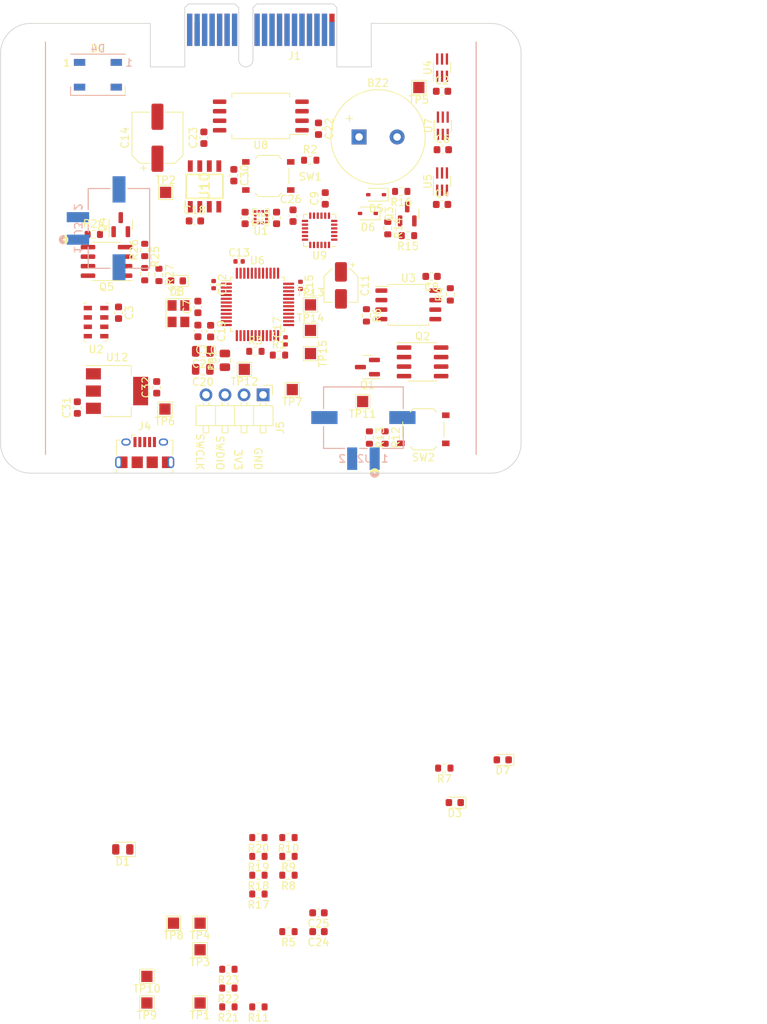
<source format=kicad_pcb>
(kicad_pcb (version 20221018) (generator pcbnew)
  (title_block (title "QRET 23-24 SRAD Altimeter Module") (date "2024-03-13") (company "Queen's Rocket Engineering Team") (comment 1 "Contributors: Joshua Xiang, Kennan Bays"))
  (layers (0 "F.Cu" signal) (1 "In1.Cu" power) (2 "In2.Cu" power) (31 "B.Cu" signal) (34 "B.Paste" user) (35 "F.Paste" user) (36 "B.SilkS" user "B.Silkscreen") (37 "F.SilkS" user "F.Silkscreen") (38 "B.Mask" user) (39 "F.Mask" user) (44 "Edge.Cuts" user))
  (net 0 "")
  (net 1 "GND")
  (net 2 "V_PSU")
  (net 3 "+5V")
  (net 4 "+BATT")
  (net 9 "DB_LED")
  (net 16 "CAN_L")
  (net 17 "CAN_H")
  (net 22 "Net-(BZ2--)")
  (net 23 "Net-(BZ2-+)")
  (net 24 "+3.3V")
  (net 25 "V_REGUSB")
  (net 26 "V_SWD")
  (net 27 "OSC_IN")
  (net 28 "OSC_OUT")
  (net 29 "V_MUX")
  (net 30 "+3.3VA")
  (net 31 "Net-(U9-REGOUT)")
  (net 32 "Net-(U9-CPOUT)")
  (net 33 "STM_RESET")
  (net 34 "/USB_5V")
  (net 35 "Net-(D1-A)")
  (net 36 "Net-(D2-DOUT)")
  (net 37 "RGB_DATA")
  (net 38 "Net-(D3-A)")
  (net 40 "Net-(D7-A)")
  (net 41 "Net-(D8-A)")
  (net 42 "Net-(J2-Pad2)")
  (net 43 "Net-(J3-Pad2)")
  (net 44 "USB_D-")
  (net 45 "USB_D+")
  (net 48 "SWDIO")
  (net 49 "SWCLK")
  (net 50 "Net-(Q1-G)")
  (net 51 "CONTINUITY_MAIN")
  (net 52 "Net-(Q2-G)")
  (net 53 "Net-(Q3-G)")
  (net 54 "Net-(Q4-G)")
  (net 55 "CONTINUITY_DRGE")
  (net 56 "Net-(Q5-G)")
  (net 57 "SDA")
  (net 58 "SCL")
  (net 59 "RESET_FL")
  (net 60 "Net-(U3-IO2)")
  (net 61 "FIRE_MAIN")
  (net 62 "BATT_SENSE")
  (net 63 "BOOT0")
  (net 64 "BOOT1")
  (net 65 "BUZZER")
  (net 66 "FIRE_DRGE")
  (net 67 "CURR_SENSE")
  (net 68 "Net-(U6-PA5)")
  (net 69 "Net-(U6-PA6)")
  (net 70 "Net-(U6-PA7)")
  (net 71 "ACCEL_INT1")
  (net 72 "ACCEL_INT2")
  (net 76 "CS_FL")
  (net 77 "MISO_FL")
  (net 78 "MOSI_FL")
  (net 79 "SCK_FL")
  (net 88 "GYRO_INT")
  (net 89 "CAN_RX")
  (net 90 "CAN_TX")
  (footprint "Capacitor_SMD:C_0603_1608Metric" (layer "F.Cu") (at 43 68.7 90)
    (fp_text reference "C32" (at 0 -1.43 90) (layer "F.SilkS"))
    (fp_text value "10uF")
    (pad "1" smd roundrect (at -0.775 0 90) (size 0.9 0.95) (layers "F.Cu" "F.Paste" "F.Mask") (net 25 "V_REGUSB"))
    (pad "2" smd roundrect (at 0.775 0 90) (size 0.9 0.95) (layers "F.Cu" "F.Paste" "F.Mask") (net 1 "GND"))
  )
  (footprint "Resistor_SMD:R_0603_1608Metric" (layer "F.Cu") (at 52.57 148.85 180)
    (fp_text reference "R22" (at 0 -1.43) (layer "F.SilkS"))
    (fp_text value "100k")
    (pad "1" smd roundrect (at -0.825 0 180) (size 0.8 0.95) (layers "F.Cu" "F.Paste" "F.Mask") (net 55 "CONTINUITY_DRGE"))
    (pad "2" smd roundrect (at 0.825 0 180) (size 0.8 0.95) (layers "F.Cu" "F.Paste" "F.Mask") (net 24 "+3.3V"))
  )
  (footprint "Resistor_SMD:R_0603_1608Metric" (layer "F.Cu") (at 56.58 151.36 180)
    (fp_text reference "R11" (at 0 -1.43) (layer "F.SilkS"))
    (fp_text value "10k")
    (pad "1" smd roundrect (at -0.825 0 180) (size 0.8 0.95) (layers "F.Cu" "F.Paste" "F.Mask") (net 62 "BATT_SENSE"))
    (pad "2" smd roundrect (at 0.825 0 180) (size 0.8 0.95) (layers "F.Cu" "F.Paste" "F.Mask") (net 1 "GND"))
  )
  (footprint "Resistor_SMD:R_0603_1608Metric" (layer "F.Cu") (at 56.58 131.28 180)
    (fp_text reference "R19" (at 0 -1.43) (layer "F.SilkS"))
    (fp_text value "10k")
    (pad "1" smd roundrect (at -0.825 0 180) (size 0.8 0.95) (layers "F.Cu" "F.Paste" "F.Mask") (net 61 "FIRE_MAIN"))
    (pad "2" smd roundrect (at 0.825 0 180) (size 0.8 0.95) (layers "F.Cu" "F.Paste" "F.Mask") (net 1 "GND"))
  )
  (footprint "Capacitor_SMD:CP_Elec_6.3x5.9" (layer "F.Cu") (at 43.1 35.4 90)
    (fp_text reference "C14" (at 0 -4.35 90) (layer "F.SilkS"))
    (fp_text value "100uF" hide)
    (pad "1" smd roundrect (at -2.8 0 90) (size 3.5 1.6) (layers "F.Cu" "F.Paste" "F.Mask") (roundrect_rratio 0.15625) (net 29 "V_MUX"))
    (pad "2" smd roundrect (at 2.8 0 90) (size 3.5 1.6) (layers "F.Cu" "F.Paste" "F.Mask") (roundrect_rratio 0.15625) (net 1 "GND"))
  )
  (footprint "Capacitor_SMD:C_0805_2012Metric" (layer "F.Cu") (at 49.15 66.3 180)
    (fp_text reference "C20" (at 0 -1.68) (layer "F.SilkS"))
    (fp_text value "1uF")
    (pad "1" smd roundrect (at -0.95 0 180) (size 1 1.45) (layers "F.Cu" "F.Paste" "F.Mask") (net 30 "+3.3VA"))
    (pad "2" smd roundrect (at 0.95 0 180) (size 1 1.45) (layers "F.Cu" "F.Paste" "F.Mask") (net 1 "GND"))
  )
  (footprint "Resistor_SMD:R_0603_1608Metric" (layer "F.Cu") (at 60.59 131.28 180)
    (fp_text reference "R9" (at 0 -1.43) (layer "F.SilkS"))
    (fp_text value "510R")
    (pad "1" smd roundrect (at -0.825 0 180) (size 0.8 0.95) (layers "F.Cu" "F.Paste" "F.Mask") (net 61 "FIRE_MAIN"))
    (pad "2" smd roundrect (at 0.825 0 180) (size 0.8 0.95) (layers "F.Cu" "F.Paste" "F.Mask") (net 40 "Net-(D7-A)"))
  )
  (footprint "Sensor_Motion:InvenSense_QFN-24_4x4mm_P0.5mm" (layer "F.Cu") (at 64.75 47.75 180)
    (fp_text reference "U9" (at 0 -3.375) (layer "F.SilkS"))
    (fp_text value "MPU-6050" hide)
    (pad "1" smd roundrect (at -1.95 -1.25 180) (size 0.85 0.3) (layers "F.Cu" "F.Paste" "F.Mask") (net 1 "GND"))
    (pad "2" smd roundrect (at -1.95 -0.75 180) (size 0.85 0.3) (layers "F.Cu" "F.Paste" "F.Mask"))
    (pad "3" smd roundrect (at -1.95 -0.25 180) (size 0.85 0.3) (layers "F.Cu" "F.Paste" "F.Mask"))
    (pad "4" smd roundrect (at -1.95 0.25 180) (size 0.85 0.3) (layers "F.Cu" "F.Paste" "F.Mask"))
    (pad "5" smd roundrect (at -1.95 0.75 180) (size 0.85 0.3) (layers "F.Cu" "F.Paste" "F.Mask"))
    (pad "6" smd roundrect (at -1.95 1.25 180) (size 0.85 0.3) (layers "F.Cu" "F.Paste" "F.Mask"))
    (pad "7" smd roundrect (at -1.25 1.95 270) (size 0.85 0.3) (layers "F.Cu" "F.Paste" "F.Mask"))
    (pad "8" smd roundrect (at -0.75 1.95 270) (size 0.85 0.3) (layers "F.Cu" "F.Paste" "F.Mask") (net 24 "+3.3V"))
    (pad "9" smd roundrect (at -0.25 1.95 270) (size 0.85 0.3) (layers "F.Cu" "F.Paste" "F.Mask") (net 24 "+3.3V"))
    (pad "10" smd roundrect (at 0.25 1.95 270) (size 0.85 0.3) (layers "F.Cu" "F.Paste" "F.Mask") (net 31 "Net-(U9-REGOUT)"))
    (pad "11" smd roundrect (at 0.75 1.95 270) (size 0.85 0.3) (layers "F.Cu" "F.Paste" "F.Mask") (net 1 "GND"))
    (pad "12" smd roundrect (at 1.25 1.95 270) (size 0.85 0.3) (layers "F.Cu" "F.Paste" "F.Mask") (net 88 "GYRO_INT"))
    (pad "13" smd roundrect (at 1.95 1.25 180) (size 0.85 0.3) (layers "F.Cu" "F.Paste" "F.Mask") (net 24 "+3.3V"))
    (pad "14" smd roundrect (at 1.95 0.75 180) (size 0.85 0.3) (layers "F.Cu" "F.Paste" "F.Mask"))
    (pad "15" smd roundrect (at 1.95 0.25 180) (size 0.85 0.3) (layers "F.Cu" "F.Paste" "F.Mask"))
    (pad "16" smd roundrect (at 1.95 -0.25 180) (size 0.85 0.3) (layers "F.Cu" "F.Paste" "F.Mask"))
    (pad "17" smd roundrect (at 1.95 -0.75 180) (size 0.85 0.3) (layers "F.Cu" "F.Paste" "F.Mask"))
    (pad "18" smd roundrect (at 1.95 -1.25 180) (size 0.85 0.3) (layers "F.Cu" "F.Paste" "F.Mask") (net 1 "GND"))
    (pad "19" smd roundrect (at 1.25 -1.95 270) (size 0.85 0.3) (layers "F.Cu" "F.Paste" "F.Mask"))
    (pad "20" smd roundrect (at 0.75 -1.95 270) (size 0.85 0.3) (layers "F.Cu" "F.Paste" "F.Mask") (net 32 "Net-(U9-CPOUT)"))
    (pad "21" smd roundrect (at 0.25 -1.95 270) (size 0.85 0.3) (layers "F.Cu" "F.Paste" "F.Mask"))
    (pad "22" smd roundrect (at -0.25 -1.95 270) (size 0.85 0.3) (layers "F.Cu" "F.Paste" "F.Mask"))
    (pad "23" smd roundrect (at -0.75 -1.95 270) (size 0.85 0.3) (layers "F.Cu" "F.Paste" "F.Mask") (net 58 "SCL"))
    (pad "24" smd roundrect (at -1.25 -1.95 270) (size 0.85 0.3) (layers "F.Cu" "F.Paste" "F.Mask") (net 57 "SDA"))
  )
  (footprint "digikey-footprints:SMD-8_5x3mm" (layer "F.Cu") (at 34.9 60 180)
    (fp_text reference "U2" (at 0 -3.65) (layer "F.SilkS"))
    (fp_text value "MS560702BA03-50")
    (pad "1" smd rect (at -1.1 -1.875 180) (size 1.1 0.6) (layers "F.Cu" "F.Paste" "F.Mask") (net 24 "+3.3V"))
    (pad "2" smd rect (at -1.1 -0.625 180) (size 1.1 0.6) (layers "F.Cu" "F.Paste" "F.Mask") (net 24 "+3.3V"))
    (pad "3" smd rect (at -1.1 0.625 180) (size 1.1 0.6) (layers "F.Cu" "F.Paste" "F.Mask") (net 1 "GND"))
    (pad "4" smd rect (at -1.1 1.875 180) (size 1.1 0.6) (layers "F.Cu" "F.Paste" "F.Mask") (net 24 "+3.3V"))
    (pad "5" smd rect (at 1.1 1.875 180) (size 1.1 0.6) (layers "F.Cu" "F.Paste" "F.Mask"))
    (pad "6" smd rect (at 1.1 0.625 180) (size 1.1 0.6) (layers "F.Cu" "F.Paste" "F.Mask"))
    (pad "7" smd rect (at 1.1 -0.625 180) (size 1.1 0.6) (layers "F.Cu" "F.Paste" "F.Mask") (net 57 "SDA"))
    (pad "8" smd rect (at 1.1 -1.875 180) (size 1.1 0.6) (layers "F.Cu" "F.Paste" "F.Mask") (net 58 "SCL"))
  )
  (footprint "Capacitor_SMD:C_0603_1608Metric" (layer "F.Cu") (at 48.5 57.975 90)
    (fp_text reference "C7" (at 0 -1.43 90) (layer "F.SilkS"))
    (fp_text value "10p" hide)
    (pad "1" smd roundrect (at -0.775 0 90) (size 0.9 0.95) (layers "F.Cu" "F.Paste" "F.Mask") (net 27 "OSC_IN"))
    (pad "2" smd roundrect (at 0.775 0 90) (size 0.9 0.95) (layers "F.Cu" "F.Paste" "F.Mask") (net 1 "GND"))
  )
  (footprint "Package_SO:SOIC-8_5.23x5.23mm_P1.27mm" (layer "F.Cu") (at 76.6 57.7)
    (fp_text reference "U3" (at 0 -3.56) (layer "F.SilkS"))
    (fp_text value "W25Q128JVS")
    (pad "1" smd roundrect (at -3.6 -1.905) (size 1.6 0.6) (layers "F.Cu" "F.Paste" "F.Mask") (net 76 "CS_FL"))
    (pad "2" smd roundrect (at -3.6 -0.635) (size 1.6 0.6) (layers "F.Cu" "F.Paste" "F.Mask") (net 77 "MISO_FL"))
    (pad "3" smd roundrect (at -3.6 0.635) (size 1.6 0.6) (layers "F.Cu" "F.Paste" "F.Mask") (net 60 "Net-(U3-IO2)"))
    (pad "4" smd roundrect (at -3.6 1.905) (size 1.6 0.6) (layers "F.Cu" "F.Paste" "F.Mask") (net 1 "GND"))
    (pad "5" smd roundrect (at 3.6 1.905) (size 1.6 0.6) (layers "F.Cu" "F.Paste" "F.Mask") (net 78 "MOSI_FL"))
    (pad "6" smd roundrect (at 3.6 0.635) (size 1.6 0.6) (layers "F.Cu" "F.Paste" "F.Mask") (net 79 "SCK_FL"))
    (pad "7" smd roundrect (at 3.6 -0.635) (size 1.6 0.6) (layers "F.Cu" "F.Paste" "F.Mask") (net 59 "RESET_FL"))
    (pad "8" smd roundrect (at 3.6 -1.905) (size 1.6 0.6) (layers "F.Cu" "F.Paste" "F.Mask") (net 24 "+3.3V"))
  )
  (footprint "footprints:SOIC127P600X175-8N" (layer "F.Cu") (at 49.388 41.895 90)
    (fp_text reference "U10" (at 0 0 90) (layer "F.SilkS") (effects (font (size 1.27 1.27) (thickness 0.254))))
    (fp_text value "ACS70331EOLC" hide)
    (pad "1" smd rect (at -2.712 -1.905 180) (size 0.65 1.525) (layers "F.Cu" "F.Paste" "F.Mask") (net 29 "V_MUX"))
    (pad "2" smd rect (at -2.712 -0.635 180) (size 0.65 1.525) (layers "F.Cu" "F.Paste" "F.Mask") (net 29 "V_MUX"))
    (pad "3" smd rect (at -2.712 0.635 180) (size 0.65 1.525) (layers "F.Cu" "F.Paste" "F.Mask") (net 24 "+3.3V"))
    (pad "4" smd rect (at -2.712 1.905 180) (size 0.65 1.525) (layers "F.Cu" "F.Paste" "F.Mask") (net 24 "+3.3V"))
    (pad "5" smd rect (at 2.712 1.905 180) (size 0.65 1.525) (layers "F.Cu" "F.Paste" "F.Mask") (net 1 "GND"))
    (pad "6" smd rect (at 2.712 0.635 180) (size 0.65 1.525) (layers "F.Cu" "F.Paste" "F.Mask"))
    (pad "7" smd rect (at 2.712 -0.635 180) (size 0.65 1.525) (layers "F.Cu" "F.Paste" "F.Mask") (net 67 "CURR_SENSE"))
    (pad "8" smd rect (at 2.712 -1.905 180) (size 0.65 1.525) (layers "F.Cu" "F.Paste" "F.Mask") (net 29 "V_MUX"))
  )
  (footprint "Resistor_SMD:R_0603_1608Metric" (layer "F.Cu") (at 60.59 133.79 180)
    (fp_text reference "R8" (at 0 -1.43) (layer "F.SilkS"))
    (fp_text value "1.5k")
    (pad "1" smd roundrect (at -0.825 0 180) (size 0.8 0.95) (layers "F.Cu" "F.Paste" "F.Mask") (net 45 "USB_D+"))
    (pad "2" smd roundrect (at 0.825 0 180) (size 0.8 0.95) (layers "F.Cu" "F.Paste" "F.Mask") (net 24 "+3.3V"))
  )
  (footprint "Resistor_SMD:R_0603_1608Metric" (layer "F.Cu") (at 52.57 146.34 180)
    (fp_text reference "R23" (at 0 -1.43) (layer "F.SilkS"))
    (fp_text value "100k")
    (pad "1" smd roundrect (at -0.825 0 180) (size 0.8 0.95) (layers "F.Cu" "F.Paste" "F.Mask") (net 1 "GND"))
    (pad "2" smd roundrect (at 0.825 0 180) (size 0.8 0.95) (layers "F.Cu" "F.Paste" "F.Mask") (net 43 "Net-(J3-Pad2)"))
  )
  (footprint "Button_Switch_SMD:SW_Push_1P1T_XKB_TS-1187A" (layer "F.Cu") (at 78.6 74.3 180)
    (fp_text reference "SW2" (at 0 -3.75) (layer "F.SilkS"))
    (fp_text value "SW_STM_BOOT_MODE")
    (pad "1" smd rect (at -3 -1.875 180) (size 1 0.75) (layers "F.Cu" "F.Paste" "F.Mask") (net 63 "BOOT0"))
    (pad "1" smd rect (at 3 -1.875 180) (size 1 0.75) (layers "F.Cu" "F.Paste" "F.Mask") (net 63 "BOOT0"))
    (pad "2" smd rect (at -3 1.875 180) (size 1 0.75) (layers "F.Cu" "F.Paste" "F.Mask") (net 24 "+3.3V"))
    (pad "2" smd rect (at 3 1.875 180) (size 1 0.75) (layers "F.Cu" "F.Paste" "F.Mask") (net 24 "+3.3V"))
  )
  (footprint "Resistor_SMD:R_0603_1608Metric" (layer "F.Cu") (at 59.325 64.4)
    (fp_text reference "R1" (at 0 -1.43) (layer "F.SilkS"))
    (fp_text value "4.7k")
    (pad "1" smd roundrect (at -0.825 0) (size 0.8 0.95) (layers "F.Cu" "F.Paste" "F.Mask") (net 57 "SDA"))
    (pad "2" smd roundrect (at 0.825 0) (size 0.8 0.95) (layers "F.Cu" "F.Paste" "F.Mask") (net 24 "+3.3V"))
  )
  (footprint "TestPoint:TestPoint_Pad_1.5x1.5mm" (layer "F.Cu") (at 70.5 70.6 180)
    (fp_text reference "TP11" (at 0 -1.648) (layer "F.SilkS"))
    (fp_text value "TP_CMAIN")
    (pad "1" smd rect (at 0 0 180) (size 1.5 1.5) (layers "F.Cu" "F.Mask") (net 51 "CONTINUITY_MAIN"))
  )
  (footprint "Resistor_SMD:R_0603_1608Metric" (layer "F.Cu") (at 60.59 128.77 180)
    (fp_text reference "R10" (at 0 -1.43) (layer "F.SilkS"))
    (fp_text value "30k")
    (pad "1" smd roundrect (at -0.825 0 180) (size 0.8 0.95) (layers "F.Cu" "F.Paste" "F.Mask") (net 4 "+BATT"))
    (pad "2" smd roundrect (at 0.825 0 180) (size 0.8 0.95) (layers "F.Cu" "F.Paste" "F.Mask") (net 62 "BATT_SENSE"))
  )
  (footprint "Resistor_SMD:R_0603_1608Metric" (layer "F.Cu") (at 34.6 48.3)
    (fp_text reference "R24" (at 0 -1.43) (layer "F.SilkS"))
    (fp_text value "510R")
    (pad "1" smd roundrect (at -0.825 0) (size 0.8 0.95) (layers "F.Cu" "F.Paste" "F.Mask") (net 43 "Net-(J3-Pad2)"))
    (pad "2" smd roundrect (at 0.825 0) (size 0.8 0.95) (layers "F.Cu" "F.Paste" "F.Mask") (net 54 "Net-(Q4-G)"))
  )
  (footprint "TestPoint:TestPoint_Pad_1.5x1.5mm" (layer "F.Cu") (at 48.79 143.74 180)
    (fp_text reference "TP3" (at 0 -1.648) (layer "F.SilkS"))
    (fp_text value "TP_GND")
    (pad "1" smd rect (at 0 0 180) (size 1.5 1.5) (layers "F.Cu" "F.Mask") (net 1 "GND"))
  )
  (footprint "Crystal:Crystal_SMD_3225-4Pin_3.2x2.5mm" (layer "F.Cu") (at 45.9 58.875 -90)
    (fp_text reference "Y1" (at -2.9 0.5 -180) (layer "F.SilkS"))
    (fp_text value "X322516MMB4SI" hide)
    (pad "1" smd rect (at -1.1 0.85 270) (size 1.4 1.2) (layers "F.Cu" "F.Paste" "F.Mask") (net 27 "OSC_IN"))
    (pad "2" smd rect (at 1.1 0.85 270) (size 1.4 1.2) (layers "F.Cu" "F.Paste" "F.Mask") (net 1 "GND"))
    (pad "3" smd rect (at 1.1 -0.85 270) (size 1.4 1.2) (layers "F.Cu" "F.Paste" "F.Mask") (net 28 "OSC_OUT"))
    (pad "4" smd rect (at -1.1 -0.85 270) (size 1.4 1.2) (layers "F.Cu" "F.Paste" "F.Mask") (net 1 "GND"))
  )
  (footprint "LED_SMD:LED_0805_2012Metric" (layer "F.Cu") (at 38.47 130.345 180)
    (fp_text reference "D1" (at 0 -1.65) (layer "F.SilkS"))
    (fp_text value "PWR_LED (GRN)")
    (pad "1" smd roundrect (at -0.9375 0 180) (size 0.975 1.4) (layers "F.Cu" "F.Paste" "F.Mask") (net 1 "GND"))
    (pad "2" smd roundrect (at 0.9375 0 180) (size 0.975 1.4) (layers "F.Cu" "F.Paste" "F.Mask") (net 35 "Net-(D1-A)"))
  )
  (footprint "Resistor_SMD:R_0603_1608Metric" (layer "F.Cu") (at 56.175 63.9)
    (fp_text reference "R3" (at 0 -1.43) (layer "F.SilkS"))
    (fp_text value "4.7k")
    (pad "1" smd roundrect (at -0.825 0) (size 0.8 0.95) (layers "F.Cu" "F.Paste" "F.Mask") (net 24 "+3.3V"))
    (pad "2" smd roundrect (at 0.825 0) (size 0.8 0.95) (layers "F.Cu" "F.Paste" "F.Mask") (net 58 "SCL"))
  )
  (footprint "TestPoint:TestPoint_Pad_1.5x1.5mm" (layer "F.Cu") (at 44.188 42.695)
    (fp_text reference "TP2" (at 0 -1.648) (layer "F.SilkS"))
    (fp_text value "TP_ISENSE")
    (pad "1" smd rect (at 0 0) (size 1.5 1.5) (layers "F.Cu" "F.Mask") (net 67 "CURR_SENSE"))
  )
  (footprint "Capacitor_SMD:C_0603_1608Metric" (layer "F.Cu") (at 81.2 37)
    (fp_text reference "C6" (at 0 -1.43) (layer "F.SilkS"))
    (fp_text value "1uF")
    (pad "1" smd roundrect (at -0.775 0) (size 0.9 0.95) (layers "F.Cu" "F.Paste" "F.Mask") (net 26 "V_SWD"))
    (pad "2" smd roundrect (at 0.775 0) (size 0.9 0.95) (layers "F.Cu" "F.Paste" "F.Mask") (net 1 "GND"))
  )
  (footprint "Capacitor_SMD:C_0603_1608Metric" (layer "F.Cu") (at 48.1 46.5)
    (fp_text reference "C18" (at 0 -1.43) (layer "F.SilkS"))
    (fp_text value "0.1uF" hide)
    (pad "1" smd roundrect (at -0.775 0) (size 0.9 0.95) (layers "F.Cu" "F.Paste" "F.Mask") (net 29 "V_MUX"))
    (pad "2" smd roundrect (at 0.775 0) (size 0.9 0.95) (layers "F.Cu" "F.Paste" "F.Mask") (net 1 "GND"))
  )
  (footprint "Capacitor_SMD:C_0805_2012Metric" (layer "F.Cu") (at 49.15 63.9 180)
    (fp_text reference "C21" (at 0 -1.68) (layer "F.SilkS"))
    (fp_text value "1uF" hide)
    (pad "1" smd roundrect (at -0.95 0 180) (size 1 1.45) (layers "F.Cu" "F.Paste" "F.Mask") (net 24 "+3.3V"))
    (pad "2" smd roundrect (at 0.95 0 180) (size 1 1.45) (layers "F.Cu" "F.Paste" "F.Mask") (net 1 "GND"))
  )
  (footprint "Capacitor_SMD:C_0603_1608Metric" (layer "F.Cu") (at 81.1 44.3)
    (fp_text reference "C4" (at 0 -1.43) (layer "F.SilkS"))
    (fp_text value "1uF")
    (pad "1" smd roundrect (at -0.775 0) (size 0.9 0.95) (layers "F.Cu" "F.Paste" "F.Mask") (net 25 "V_REGUSB"))
    (pad "2" smd roundrect (at 0.775 0) (size 0.9 0.95) (layers "F.Cu" "F.Paste" "F.Mask") (net 1 "GND"))
  )
  (footprint "TestPoint:TestPoint_Pad_1.5x1.5mm" (layer "F.Cu") (at 41.69 147.29 180)
    (fp_text reference "TP10" (at 0 -1.648) (layer "F.SilkS"))
    (fp_text value "TP_SCL")
    (pad "1" smd rect (at 0 0 180) (size 1.5 1.5) (layers "F.Cu" "F.Mask") (net 58 "SCL"))
  )
  (footprint "Capacitor_SMD:C_0603_1608Metric" (layer "F.Cu") (at 48.5 61.175 -90)
    (fp_text reference "C10" (at 2.525 -1.1 -180) (layer "F.SilkS"))
    (fp_text value "10p" hide)
    (pad "1" smd roundrect (at -0.775 0 270) (size 0.9 0.95) (layers "F.Cu" "F.Paste" "F.Mask") (net 28 "OSC_OUT"))
    (pad "2" smd roundrect (at 0.775 0 270) (size 0.9 0.95) (layers "F.Cu" "F.Paste" "F.Mask") (net 1 "GND"))
  )
  (footprint "Resistor_SMD:R_0603_1608Metric" (layer "F.Cu") (at 41.4 53.6 -90)
    (fp_text reference "R25" (at -2.325 -1.4 90) (layer "F.SilkS"))
    (fp_text value "10k")
    (pad "1" smd roundrect (at -0.825 0 270) (size 0.8 0.95) (layers "F.Cu" "F.Paste" "F.Mask") (net 66 "FIRE_DRGE"))
    (pad "2" smd roundrect (at 0.825 0 270) (size 0.8 0.95) (layers "F.Cu" "F.Paste" "F.Mask") (net 1 "GND"))
  )
  (footprint "Package_SO:SOIC-8_3.9x4.9mm_P1.27mm" (layer "F.Cu") (at 36.3 51.9 180)
    (fp_text reference "Q5" (at 0 -3.4) (layer "F.SilkS"))
    (fp_text value "AO4406AL")
    (pad "1" smd roundrect (at -2.475 -1.905 180) (size 1.95 0.6) (layers "F.Cu" "F.Paste" "F.Mask") (net 1 "GND"))
    (pad "2" smd roundrect (at -2.475 -0.635 180) (size 1.95 0.6) (layers "F.Cu" "F.Paste" "F.Mask") (net 1 "GND"))
    (pad "3" smd roundrect (at -2.475 0.635 180) (size 1.95 0.6) (layers "F.Cu" "F.Paste" "F.Mask") (net 1 "GND"))
    (pad "4" smd roundrect (at -2.475 1.905 180) (size 1.95 0.6) (layers "F.Cu" "F.Paste" "F.Mask") (net 56 "Net-(Q5-G)"))
    (pad "5" smd roundrect (at 2.475 1.905 180) (size 1.95 0.6) (layers "F.Cu" "F.Paste" "F.Mask") (net 43 "Net-(J3-Pad2)"))
    (pad "6" smd roundrect (at 2.475 0.635 180) (size 1.95 0.6) (layers "F.Cu" "F.Paste" "F.Mask") (net 43 "Net-(J3-Pad2)"))
    (pad "7" smd roundrect (at 2.475 -0.635 180) (size 1.95 0.6) (layers "F.Cu" "F.Paste" "F.Mask") (net 43 "Net-(J3-Pad2)"))
    (pad "8" smd roundrect (at 2.475 -1.905 180) (size 1.95 0.6) (layers "F.Cu" "F.Paste" "F.Mask") (net 43 "Net-(J3-Pad2)"))
  )
  (footprint "Capacitor_SMD:C_0603_1608Metric" (layer "F.Cu") (at 53.3 40.4 -90)
    (fp_text reference "C30" (at 0 -1.43 -270) (layer "F.SilkS"))
    (fp_text value "100nF")
    (pad "1" smd roundrect (at -0.775 0 270) (size 0.9 0.95) (layers "F.Cu" "F.Paste" "F.Mask") (net 33 "STM_RESET"))
    (pad "2" smd roundrect (at 0.775 0 270) (size 0.9 0.95) (layers "F.Cu" "F.Paste" "F.Mask") (net 1 "GND"))
  )
  (footprint "Resistor_SMD:R_0805_2012Metric" (layer "F.Cu") (at 52.1 65.1 90)
    (fp_text reference "FB1" (at 0 -1.65 90) (layer "F.SilkS"))
    (fp_text value "100R" hide)
    (pad "1" smd roundrect (at -0.9125 0 90) (size 1.025 1.4) (layers "F.Cu" "F.Paste" "F.Mask") (roundrect_rratio 0.243902) (net 30 "+3.3VA"))
    (pad "2" smd roundrect (at 0.9125 0 90) (size 1.025 1.4) (layers "F.Cu" "F.Paste" "F.Mask") (roundrect_rratio 0.243902) (net 24 "+3.3V"))
  )
  (footprint "Capacitor_SMD:C_0603_1608Metric" (layer "F.Cu") (at 81.1 29.2)
    (fp_text reference "C2" (at 0 -1.43) (layer "F.SilkS"))
    (fp_text value "1uF")
    (pad "1" smd roundrect (at -0.775 0) (size 0.9 0.95) (layers "F.Cu" "F.Paste" "F.Mask") (net 2 "V_PSU"))
    (pad "2" smd roundrect (at 0.775 0) (size 0.9 0.95) (layers "F.Cu" "F.Paste" "F.Mask") (net 1 "GND"))
  )
  (footprint "TestPoint:TestPoint_Pad_1.5x1.5mm" (layer "F.Cu") (at 63.53 64.2 -90)
    (fp_text reference "TP15" (at 0 -1.648 90) (layer "F.SilkS"))
    (fp_text value "TP_PA7")
    (pad "1" smd rect (at 0 0 270) (size 1.5 1.5) (layers "F.Cu" "F.Mask") (net 70 "Net-(U6-PA7)"))
  )
  (footprint "Capacitor_SMD:C_0603_1608Metric" (layer "F.Cu") (at 61.2 45.8 90)
    (fp_text reference "C26" (at 2.2 -0.3 180) (layer "F.SilkS"))
    (fp_text value "10nF")
    (pad "1" smd roundrect (at -0.775 0 90) (size 0.9 0.95) (layers "F.Cu" "F.Paste" "F.Mask") (net 24 "+3.3V"))
    (pad "2" smd roundrect (at 0.775 0 90) (size 0.9 0.95) (layers "F.Cu" "F.Paste" "F.Mask") (net 1 "GND"))
  )
  (footprint "Capacitor_SMD:C_0603_1608Metric" (layer "F.Cu") (at 50.2 61.2 -90)
    (fp_text reference "C19" (at 0 -1.43 90) (layer "F.SilkS"))
    (fp_text value "10n")
    (pad "1" smd roundrect (at -0.775 0 270) (size 0.9 0.95) (layers "F.Cu" "F.Paste" "F.Mask") (net 30 "+3.3VA"))
    (pad "2" smd roundrect (at 0.775 0 270) (size 0.9 0.95) (layers "F.Cu" "F.Paste" "F.Mask") (net 1 "GND"))
  )
  (footprint "Resistor_SMD:R_0603_1608Metric" (layer "F.Cu") (at 73.5 75.4 -90)
    (fp_text reference "R12" (at 0 -1.43 90) (layer "F.SilkS"))
    (fp_text value "100k")
    (pad "1" smd roundrect (at -0.825 0 270) (size 0.8 0.95) (layers "F.Cu" "F.Paste" "F.Mask") (net 1 "GND"))
    (pad "2" smd roundrect (at 0.825 0 270) (size 0.8 0.95) (layers "F.Cu" "F.Paste" "F.Mask") (net 63 "BOOT0"))
  )
  (footprint "Capacitor_SMD:C_0603_1608Metric" (layer "F.Cu") (at 65.5 43.5 90)
    (fp_text reference "C9" (at 0 -1.43 90) (layer "F.SilkS"))
    (fp_text value "100nF")
    (pad "1" smd roundrect (at -0.775 0 90) (size 0.9 0.95) (layers "F.Cu" "F.Paste" "F.Mask") (net 24 "+3.3V"))
    (pad "2" smd roundrect (at 0.775 0 90) (size 0.9 0.95) (layers "F.Cu" "F.Paste" "F.Mask") (net 1 "GND"))
  )
  (footprint "ISO1042:SOIC-8 ISO1042BDWV" (layer "F.Cu") (at 56.9 32.5 180)
    (fp_text reference "U8" (at 0 -3.88) (layer "F.SilkS"))
    (fp_text value "ISO1042BDWVR")
    (pad "1" smd roundrect (at -5.5 -1.905 180) (size 1.8 0.6) (layers "F.Cu" "F.Paste" "F.Mask") (net 24 "+3.3V"))
    (pad "2" smd roundrect (at -5.5 -0.635 180) (size 1.8 0.6) (layers "F.Cu" "F.Paste" "F.Mask") (net 90 "CAN_TX"))
    (pad "3" smd roundrect (at -5.5 0.635 180) (size 1.8 0.6) (layers "F.Cu" "F.Paste" "F.Mask") (net 89 "CAN_RX"))
    (pad "4" smd roundrect (at -5.5 1.905 180) (size 1.8 0.6) (layers "F.Cu" "F.Paste" "F.Mask") (net 1 "GND"))
    (pad "5" smd roundrect (at 5.5 1.905 180) (size 1.8 0.6) (layers "F.Cu" "F.Paste" "F.Mask") (net 1 "GND"))
    (pad "6" smd roundrect (at 5.5 0.635 180) (size 1.8 0.6) (layers "F.Cu" "F.Paste" "F.Mask") (net 16 "CAN_L"))
    (pad "7" smd roundrect (at 5.5 -0.635 180) (size 1.8 0.6) (layers "F.Cu" "F.Paste" "F.Mask") (net 17 "CAN_H"))
    (pad "8" smd roundrect (at 5.5 -1.905 180) (size 1.8 0.6) (layers "F.Cu" "F.Paste" "F.Mask") (net 3 "+5V"))
  )
  (footprint "Resistor_SMD:R_0603_1608Metric" (layer "F.Cu") (at 52.57 151.36 180)
    (fp_text reference "R21" (at 0 -1.43) (layer "F.SilkS"))
    (fp_text value "100k")
    (pad "1" smd roundrect (at -0.825 0 180) (size 0.8 0.95) (layers "F.Cu" "F.Paste" "F.Mask") (net 51 "CONTINUITY_MAIN"))
    (pad "2" smd roundrect (at 0.825 0 180) (size 0.8 0.95) (layers "F.Cu" "F.Paste" "F.Mask") (net 24 "+3.3V"))
  )
  (footprint "LED_SMD:LED_0603_1608Metric" (layer "F.Cu") (at 82.8 124.1 180)
    (fp_text reference "D3" (at 0 -1.43) (layer "F.SilkS"))
    (fp_text value "DB_LED (YLW)")
    (pad "1" smd roundrect (at -0.7875 0 180) (size 0.875 0.95) (layers "F.Cu" "F.Paste" "F.Mask") (net 1 "GND"))
    (pad "2" smd roundrect (at 0.7875 0 180) (size 0.875 0.95) (layers "F.Cu" "F.Paste" "F.Mask") (net 38 "Net-(D3-A)"))
  )
  (footprint "Package_TO_SOT_SMD:SOT-223-3_TabPin2" (layer "F.Cu") (at 37.7 69.2)
    (fp_text reference "U12" (at 0 -4.5) (layer "F.SilkS"))
    (fp_text value "AMS1117-3.3")
    (pad "1" smd rect (at -3.15 -2.3) (size 2 1.5) (layers "F.Cu" "F.Paste" "F.Mask") (net 1 "GND"))
    (pad "2" smd rect (at -3.15 0) (size 2 1.5) (layers "F.Cu" "F.Paste" "F.Mask") (net 25 "V_REGUSB"))
    (pad "2" smd rect (at 3.15 0) (size 2 3.8) (layers "F.Cu" "F.Paste" "F.Mask") (net 25 "V_REGUSB"))
    (pad "3" smd rect (at -3.15 2.3) (size 2 1.5) (layers "F.Cu" "F.Paste" "F.Mask") (net 34 "/USB_5V"))
  )
  (footprint "TestPoint:TestPoint_Pad_1.5x1.5mm" (layer "F.Cu") (at 78 28.7 180)
    (fp_text reference "TP5" (at 0 -1.648) (layer "F.SilkS"))
    (fp_text value "TP_VSTACK")
    (pad "1" smd rect (at 0 0 180) (size 1.5 1.5) (layers "F.Cu" "F.Mask") (net 2 "V_PSU"))
  )
  (footprint "TestPoint:TestPoint_Pad_1.5x1.5mm" (layer "F.Cu") (at 48.79 150.84 180)
    (fp_text reference "TP1" (at 0 -1.648) (layer "F.SilkS"))
    (fp_text value "TP_BSENSE")
    (pad "1" smd rect (at 0 0 180) (size 1.5 1.5) (layers "F.Cu" "F.Mask") (net 62 "BATT_SENSE"))
  )
  (footprint "Capacitor_SMD:C_0402_1005Metric" (layer "F.Cu") (at 60.2 62.5 -90)
    (fp_text reference "C17" (at -1.8 1.1 90) (layer "F.SilkS"))
    (fp_text value "100n" hide)
    (pad "1" smd roundrect (at -0.48 0 270) (size 0.56 0.62) (layers "F.Cu" "F.Paste" "F.Mask") (net 24 "+3.3V"))
    (pad "2" smd roundrect (at 0.48 0 270) (size 0.56 0.62) (layers "F.Cu" "F.Paste" "F.Mask") (net 1 "GND"))
  )
  (footprint "footprints:Buzzer_12.6x9.5RM5.0" (layer "F.Cu") (at 68.75 35.3)
    (fp_text reference "BZ2" (at 3.8 -7.2) (layer "F.SilkS"))
    (fp_text value "PKM13EPYH4000" hide)
    (fp_text user "+" (at -0.01 -2.54) (layer "F.SilkS"))
    (pad "1" thru_hole rect (at 1.27 0) (size 2 2) (drill 1) (layers "*.Cu" "*.Mask") (net 22 "Net-(BZ2--)"))
    (pad "2" thru_hole circle (at 6.35 0) (size 2 2) (drill 1) (layers "*.Cu" "*.Mask") (net 23 "Net-(BZ2-+)"))
  )
  (footprint "Diode_SMD:D_SOD-323" (layer "F.Cu") (at 71.2 45.5 180)
    (fp_text reference "D6" (at 0 -1.85) (layer "F.SilkS"))
    (fp_text value "1N5819WS")
    (pad "1" smd roundrect (at -1.05 0 180) (size 0.6 0.45) (layers "F.Cu" "F.Paste" "F.Mask") (net 22 "Net-(BZ2--)"))
    (pad "2" smd roundrect (at 1.05 0 180) (size 0.6 0.45) (layers "F.Cu" "F.Paste" "F.Mask") (net 24 "+3.3V"))
  )
  (footprint "Capacitor_SMD:C_0603_1608Metric" (layer "F.Cu") (at 64.6 34.2 -90)
    (fp_text reference "C22" (at 0 -1.43 90) (layer "F.SilkS"))
    (fp_text value "0.1u")
    (pad "1" smd roundrect (at -0.775 0 270) (size 0.9 0.95) (layers "F.Cu" "F.Paste" "F.Mask") (net 1 "GND"))
    (pad "2" smd roundrect (at 0.775 0 270) (size 0.9 0.95) (layers "F.Cu" "F.Paste" "F.Mask") (net 24 "+3.3V"))
  )
  (footprint "Capacitor_SMD:C_0603_1608Metric" (layer "F.Cu") (at 32.4 71.4 90)
    (fp_text reference "C31" (at 0 -1.43 90) (layer "F.SilkS"))
    (fp_text value "10uF")
    (pad "1" smd roundrect (at -0.775 0 90) (size 0.9 0.95) (layers "F.Cu" "F.Paste" "F.Mask") (net 34 "/USB_5V"))
    (pad "2" smd roundrect (at 0.775 0 90) (size 0.9 0.95) (layers "F.Cu" "F.Paste" "F.Mask") (net 1 "GND"))
  )
  (footprint "footprints:USB_Micro-B_Amphenol_10118194_Horizontal" (layer "F.Cu") (at 41.4 77.4)
    (fp_text reference "J4" (at 0 -3.5) (layer "F.SilkS"))
    (fp_text value "USB_B_Micro")
    (pad "1" smd rect (at -1.3 -1.4) (size 0.4 1.35) (layers "F.Cu" "F.Paste" "F.Mask") (net 34 "/USB_5V"))
    (pad "2" smd rect (at -0.65 -1.4) (size 0.4 1.35) (layers "F.Cu" "F.Paste" "F.Mask") (net 44 "USB_D-"))
    (pad "3" smd rect (at 0 -1.4) (size 0.4 1.35) (layers "F.Cu" "F.Paste" "F.Mask") (net 45 "USB_D+"))
    (pad "4" smd rect (at 0.65 -1.4) (size 0.4 1.35) (layers "F.Cu" "F.Paste" "F.Mask"))
    (pad "5" smd rect (at 1.3 -1.4) (size 0.4 1.35) (layers "F.Cu" "F.Paste" "F.Mask") (net 1 "GND"))
    (pad "6" thru_hole oval (at -3.5 1.3) (size 0.89 1.55) (drill oval 0.5 1.15) (layers "*.Cu" "*.Mask"))
    (pad "6" smd rect (at -2.9 1.3) (size 1.2 1.55) (layers "F.Cu" "F.Paste" "F.Mask"))
    (pad "6" thru_hole oval (at -2.5 -1.4) (size 1.25 0.95) (drill oval 0.85 0.55) (layers "*.Cu" "*.Mask"))
    (pad "6" smd rect (at -1 1.3) (size 1.5 1.55) (layers "F.Cu" "F.Paste" "F.Mask"))
    (pad "6" smd rect (at 1 1.3) (size 1.5 1.55) (layers "F.Cu" "F.Paste" "F.Mask"))
    (pad "6" thru_hole oval (at 2.5 -1.4) (size 1.25 0.95) (drill oval 0.85 0.55) (layers "*.Cu" "*.Mask"))
    (pad "6" smd rect (at 2.9 1.3) (size 1.2 1.55) (layers "F.Cu" "F.Paste" "F.Mask"))
    (pad "6" thru_hole oval (at 3.5 1.3) (size 0.89 1.55) (drill oval 0.5 1.15) (layers "*.Cu" "*.Mask"))
  )
  (footprint "TestPoint:TestPoint_Pad_1.5x1.5mm" (layer "F.Cu") (at 48.79 140.19 180)
    (fp_text reference "TP4" (at 0 -1.648) (layer "F.SilkS"))
    (fp_text value "TP_3V3")
    (pad "1" smd rect (at 0 0 180) (size 1.5 1.5) (layers "F.Cu" "F.Mask") (net 24 "+3.3V"))
  )
  (footprint "Resistor_SMD:R_0603_1608Metric" (layer "F.Cu") (at 73.85 47.4625 -90)
    (fp_text reference "R14" (at 0 -1.43 -270) (layer "F.SilkS"))
    (fp_text value "510R")
    (pad "1" smd roundrect (at -0.825 0 270) (size 0.8 0.95) (layers "F.Cu" "F.Paste" "F.Mask") (net 53 "Net-(Q3-G)"))
    (pad "2" smd roundrect (at 0.825 0 270) (size 0.8 0.95) (layers "F.Cu" "F.Paste" "F.Mask") (net 65 "BUZZER"))
  )
  (footprint "Package_TO_SOT_SMD:SOT-23" (layer "F.Cu") (at 38.2 47 90)
    (fp_text reference "Q4" (at 0 -2.4 90) (layer "F.SilkS"))
    (fp_text value "AO3400A")
    (pad "1" smd roundrect (at -0.9375 -0.95 90) (size 1.475 0.6) (layers "F.Cu" "F.Paste" "F.Mask") (net 54 "Net-(Q4-G)"))
    (pad "2" smd roundrect (at -0.9375 0.95 90) (size 1.475 0.6) (layers "F.Cu" "F.Paste" "F.Mask") (net 1 "GND"))
    (pad "3" smd roundrect (at 0.9375 0 90) (size 1.475 0.6) (layers "F.Cu" "F.Paste" "F.Mask") (net 55 "CONTINUITY_DRGE"))
  )
  (footprint "Diode_SMD:D_SOD-323" (layer "F.Cu") (at 72.3 43 180)
    (fp_text reference "D5" (at 0 -1.85) (layer "F.SilkS"))
    (fp_text value "1N5819WS" hide)
    (pad "1" smd roundrect (at -1.05 0 180) (size 0.6 0.45) (layers "F.Cu" "F.Paste" "F.Mask") (net 22 "Net-(BZ2--)"))
    (pad "2" smd roundrect (at 1.05 0 180) (size 0.6 0.45) (layers "F.Cu" "F.Paste" "F.Mask") (net 4 "+BATT"))
  )
  (footprint "Package_TO_SOT_SMD:SOT-23" (layer "F.Cu") (at 76.45 45.5625 90)
    (fp_text reference "Q3" (at 0 -2.4 90) (layer "F.SilkS"))
    (fp_text value "AO3400A" hide)
    (pad "1" smd roundrect (at -0.9375 -0.95 90) (size 1.475 0.6) (layers "F.Cu" "F.Paste" "F.Mask") (net 53 "Net-(Q3-G)"))
    (pad "2" smd roundrect (at -0.9375 0.95 90) (size 1.475 0.6) (layers "F.Cu" "F.Paste" "F.Mask") (net 1 "GND"))
    (pad "3" smd roundrect (at 0.9375 0 90) (size 1.475 0.6) (layers "F.Cu" "F.Paste" "F.Mask") (net 23 "Net-(BZ2-+)"))
  )
  (footprint "Capacitor_SMD:C_0603_1608Metric" (layer "F.Cu") (at 64.6 141.32 180)
    (fp_text reference "C24" (at 0 -1.43) (layer "F.SilkS"))
    (fp_text value "100nF")
    (pad "1" smd roundrect (at -0.775 0 180) (size 0.9 0.95) (layers "F.Cu" "F.Paste" "F.Mask") (net 31 "Net-(U9-REGOUT)"))
    (pad "2" smd roundrect (at 0.775 0 180) (size 0.9 0.95) (layers "F.Cu" "F.Paste" "F.Mask") (net 1 "GND"))
  )
  (footprint "TestPoint:TestPoint_Pad_1.5x1.5mm" (layer "F.Cu") (at 54.7 66.3 180)
    (fp_text reference "TP12" (at 0 -1.648) (layer "F.SilkS"))
    (fp_text value "TP_CDRGE")
    (pad "1" smd rect (at 0 0 180) (size 1.5 1.5) (layers "F.Cu" "F.Mask") (net 55 "CONTINUITY_DRGE"))
  )
  (footprint "Connector_PCBEdge:BUS_PCIexpress_x1" (layer "F.Cu") (at 66.4 21 180)
    (fp_text reference "J1" (at 5 -3.5) (layer "F.SilkS"))
    (fp_text value "Stack Male Edge Connector")
    (fp_line (start -0.65 -4.95) (end -0.65 2.95) (stroke (width 0.1)) (layer "Edge.Cuts"))
    (fp_line (start -0.65 2.95) (end -0.15 3.45) (stroke (width 0.1)) (layer "Edge.Cuts"))
    (fp_line (start -0.15 3.45) (end 10.05 3.45) (stroke (width 0.1)) (layer "Edge.Cuts"))
    (fp_line (start 10.55 -4) (end 10.55 2.95) (stroke (width 0.1)) (layer "Edge.Cuts"))
    (fp_line (start 10.55 2.95) (end 10.05 3.45) (stroke (width 0.1)) (layer "Edge.Cuts"))
    (fp_line (start 12.45 -4) (end 12.45 2.95) (stroke (width 0.1)) (layer "Edge.Cuts"))
    (fp_line (start 12.45 2.95) (end 12.95 3.45) (stroke (width 0.1)) (layer "Edge.Cuts"))
    (fp_line (start 12.95 3.45) (end 19.15 3.45) (stroke (width 0.1)) (layer "Edge.Cuts"))
    (fp_line (start 19.65 -4.95) (end 19.65 2.95) (stroke (width 0.1)) (layer "Edge.Cuts"))
    (fp_line (start 19.65 2.95) (end 19.15 3.45) (stroke (width 0.1)) (layer "Edge.Cuts"))
    (fp_arc (start 10.55 -4) (mid 11.5 -4.95) (end 12.45 -4) (stroke (width 0.1)) (layer "Edge.Cuts"))
    (pad "A1" connect rect (at 0 -0.55 180) (size 0.7 3.2) (layers "B.Cu" "B.Mask"))
    (pad "A2" connect rect (at 1 0 180) (size 0.7 4.3) (layers "B.Cu" "B.Mask"))
    (pad "A3" connect rect (at 2 0 180) (size 0.7 4.3) (layers "B.Cu" "B.Mask"))
    (pad "A4" connect rect (at 3 0 180) (size 0.7 4.3) (layers "B.Cu" "B.Mask") (net 3 "+5V"))
    (pad "A5" connect rect (at 4 0 180) (size 0.7 4.3) (layers "B.Cu" "B.Mask") (net 3 "+5V"))
    (pad "A6" connect rect (at 5 0 180) (size 0.7 4.3) (layers "B.Cu" "B.Mask"))
    (pad "A7" connect rect (at 6 0 180) (size 0.7 4.3) (layers "B.Cu" "B.Mask") (net 2 "V_PSU"))
    (pad "A8" connect rect (at 7 0 180) (size 0.7 4.3) (layers "B.Cu" "B.Mask") (net 2 "V_PSU"))
    (pad "A9" connect rect (at 8 0 180) (size 0.7 4.3) (layers "B.Cu" "B.Mask") (net 1 "GND"))
    (pad "A10" connect rect (at 9 0 180) (size 0.7 4.3) (layers "B.Cu" "B.Mask"))
    (pad "A11" connect rect (at 10 0 180) (size 0.7 4.3) (layers "B.Cu" "B.Mask"))
    (pad "A12" connect rect (at 13 0 180) (size 0.7 4.3) (layers "B.Cu" "B.Mask") (net 1 "GND"))
    (pad "A13" connect rect (at 14 0 180) (size 0.7 4.3) (layers "B.Cu" "B.Mask") (net 9 "DB_LED"))
    (pad "A14" connect rect (at 15 0 180) (size 0.7 4.3) (layers "B.Cu" "B.Mask"))
    (pad "A15" connect rect (at 16 0 180) (size 0.7 4.3) (layers "B.Cu" "B.Mask"))
    (pad "A16" connect rect (at 17 0 180) (size 0.7 4.3) (layers "B.Cu" "B.Mask"))
    (pad "A17" connect rect (at 18 0 180) (size 0.7 4.3) (layers "B.Cu" "B.Mask"))
    (pad "A18" connect rect (at 19 0 180) (size 0.7 4.3) (layers "B.Cu" "B.Mask"))
    (pad "B1" connect rect (at 0 0 180) (size 0.7 4.3) (layers "F.Cu" "F.Mask"))
    (pad "B2" connect rect (at 1 0 180) (size 0.7 4.3) (layers "F.Cu" "F.Mask"))
    (pad "B3" connect rect (at 2 0 180) (size 0.7 4.3) (layers "F.Cu" "F.Mask"))
    (pad "B4" connect rect (at 3 0 180) (size 0.7 4.3) (layers "F.Cu" "F.Mask"))
    (pad "B5" connect rect (at 4 0 180) (size 0.7 4.3) (layers "F.Cu" "F.Mask"))
    (pad "B6" connect rect (at 5 0 180) (size 0.7 4.3) (layers "F.Cu" "F.Mask"))
    (pad "B7" connect rect (at 6 0 180) (size 0.7 4.3) (layers "F.Cu" "F.Mask") (net 4 "+BATT"))
    (pad "B8" connect rect (at 7 0 180) (size 0.7 4.3) (layers "F.Cu" "F.Mask") (net 4 "+BATT"))
    (pad "B9" connect rect (at 8 0 180) (size 0.7 4.3) (layers "F.Cu" "F.Mask") (net 4 "+BATT"))
    (pad "B10" connect rect (at 9 0 180) (size 0.7 4.3) (layers "F.Cu" "F.Mask") (net 1 "GND"))
    (pad "B11" connect rect (at 10 0 180) (size 0.7 4.3) (layers "F.Cu" "F.Mask") (net 1 "GND"))
    (pad "B12" connect rect (at 13 0 180) (size 0.7 4.3) (layers "F.Cu" "F.Mask") (net 1 "GND"))
    (pad "B13" connect rect (at 14 0 180) (size 0.7 4.3) (layers "F.Cu" "F.Mask") (net 16 "CAN_L"))
    (pad "B14" connect rect (at 15 0 180) (size 0.7 4.3) (layers "F.Cu" "F.Mask") (net 17 "CAN_H"))
    (pad "B15" connect rect (at 16 0 180) (size 0.7 4.3) (layers "F.Cu" "F.Mask"))
    (pad "B16" connect rect (at 17 0 180) (size 0.7 4.3) (layers "F.Cu" "F.Mask"))
    (pad "B17" connect rect (at 18 -0.55 180) (size 0.7 3.2) (layers "F.Cu" "F.Mask"))
    (pad "B18" connect rect (at 19 0 180) (size 0.7 4.3) (layers "F.Cu" "F.Mask"))
  )
  (footprint "Resistor_SMD:R_0603_1608Metric" (layer "F.Cu") (at 56.58 128.77 180)
    (fp_text reference "R20" (at 0 -1.43) (layer "F.SilkS"))
    (fp_text value "510R")
    (pad "1" smd roundrect (at -0.825 0 180) (size 0.8 0.95) (layers "F.Cu" "F.Paste" "F.Mask") (net 61 "FIRE_MAIN"))
    (pad "2" smd roundrect (at 0.825 0 180) (size 0.8 0.95) (layers "F.Cu" "F.Paste" "F.Mask") (net 52 "Net-(Q2-G)"))
  )
  (footprint "Button_Switch_SMD:SW_Push_1P1T_XKB_TS-1187A" (layer "F.Cu") (at 57.9 40.5 180)
    (fp_text reference "SW1" (at -5.6 -0.1) (layer "F.SilkS"))
    (fp_text value "SW_STM_RESET")
    (pad "1" smd rect (at -3 -1.875 180) (size 1 0.75) (layers "F.Cu" "F.Paste" "F.Mask") (net 1 "GND"))
    (pad "1" smd rect (at 3 -1.875 180) (size 1 0.75) (layers "F.Cu" "F.Paste" "F.Mask") (net 1 "GND"))
    (pad "2" smd rect (at -3 1.875 180) (size 1 0.75) (layers "F.Cu" "F.Paste" "F.Mask") (net 33 "STM_RESET"))
    (pad "2" smd rect (at 3 1.875 180) (size 1 0.75) (layers "F.Cu" "F.Paste" "F.Mask") (net 33 "STM_RESET"))
  )
  (footprint "Resistor_SMD:R_0603_1608Metric" (layer "F.Cu") (at 43.3 53.7 -90)
    (fp_text reference "R27" (at 0 -1.43 90) (layer "F.SilkS"))
    (fp_text value "510R")
    (pad "1" smd roundrect (at -0.825 0 270) (size 0.8 0.95) (layers "F.Cu" "F.Paste" "F.Mask") (net 66 "FIRE_DRGE"))
    (pad "2" smd roundrect (at 0.825 0 270) (size 0.8 0.95) (layers "F.Cu" "F.Paste" "F.Mask") (net 41 "Net-(D8-A)"))
  )
  (footprint "Capacitor_SMD:C_0402_1005Metric" (layer "F.Cu") (at 54 51.9)
    (fp_text reference "C13" (at 0 -1.16) (layer "F.SilkS"))
    (fp_text value "100n")
    (pad "1" smd roundrect (at -0.48 0) (size 0.56 0.62) (layers "F.Cu" "F.Paste" "F.Mask") (net 24 "+3.3V"))
    (pad "2" smd roundrect (at 0.48 0) (size 0.56 0.62) (layers "F.Cu" "F.Paste" "F.Mask") (net 1 "GND"))
  )
  (footprint "SWD_Header:SWD_PinHeader_1x04_P2.54mm_Horizontal" (layer "F.Cu") (at 57.2 69.7 -90)
    (fp_text reference "J5" (at 4.385 -2.27 90) (layer "F.SilkS"))
    (fp_text value "SWD_01x04_Pin")
    (fp_text user "SWDIO" (at 10.16 6.35 -90 unlocked) (layer "F.SilkS") (effects (justify right bottom)))
    (fp_text user "3V3" (at 10.16 3.937 -90 unlocked) (layer "F.SilkS") (effects (justify right bottom)))
    (fp_text user "GND" (at 10.16 1.27 -90 unlocked) (layer "F.SilkS") (effects (justify right bottom)))
    (fp_text user "SWCLK" (at 10.16 9.017 -90 unlocked) (layer "F.SilkS") (effects (justify right bottom)))
    (pad "1" thru_hole rect (at 0 0 270) (size 1.7 1.7) (drill 1) (layers "*.Cu" "*.Mask") (net 1 "GND"))
    (pad "2" thru_hole oval (at 0 2.54 270) (size 1.7 1.7) (drill 1) (layers "*.Cu" "*.Mask") (net 26 "V_SWD"))
    (pad "3" thru_hole oval (at 0 5.08 270) (size 1.7 1.7) (drill 1) (layers "*.Cu" "*.Mask") (net 48 "SWDIO"))
    (pad "4" thru_hole oval (at 0 7.62 270) (size 1.7 1.7) (drill 1) (layers "*.Cu" "*.Mask") (net 49 "SWCLK"))
  )
  (footprint "TestPoint:TestPoint_Pad_1.5x1.5mm" (layer "F.Cu") (at 63.53 57.7)
    (fp_text reference "TP13" (at 0 -1.648) (layer "F.SilkS"))
    (fp_text value "TP_PA5")
    (pad "1" smd rect (at 0 0) (size 1.5 1.5) (layers "F.Cu" "F.Mask") (net 68 "Net-(U6-PA5)"))
  )
  (footprint "Resistor_SMD:R_0603_1608Metric" (layer "F.Cu") (at 76.55 48.4625 180)
    (fp_text reference "R15" (at 0 -1.43) (layer "F.SilkS"))
    (fp_text value "10k")
    (pad "1" smd roundrect (at -0.825 0 180) (size 0.8 0.95) (layers "F.Cu" "F.Paste" "F.Mask") (net 1 "GND"))
    (pad "2" smd roundrect (at 0.825 0 180) (size 0.8 0.95) (layers "F.Cu" "F.Paste" "F.Mask") (net 65 "BUZZER"))
  )
  (footprint "Capacitor_SMD:C_0603_1608Metric" (layer "F.Cu") (at 54.8 46.1 -90)
    (fp_text reference "C1" (at 0 -1.43 90) (layer "F.SilkS"))
    (fp_text value "100nF" hide)
    (pad "1" smd roundrect (at -0.775 0 270) (size 0.9 0.95) (layers "F.Cu" "F.Paste" "F.Mask") (net 24 "+3.3V"))
    (pad "2" smd roundrect (at 0.775 0 270) (size 0.9 0.95) (layers "F.Cu" "F.Paste" "F.Mask") (net 1 "GND"))
  )
  (footprint "Capacitor_SMD:C_0603_1608Metric" (layer "F.Cu") (at 59 46.1 90)
    (fp_text reference "C5" (at 0 -1.43 90) (layer "F.SilkS"))
    (fp_text value "100nF" hide)
    (pad "1" smd roundrect (at -0.775 0 90) (size 0.9 0.95) (layers "F.Cu" "F.Paste" "F.Mask") (net 1 "GND"))
    (pad "2" smd roundrect (at 0.775 0 90) (size 0.9 0.95) (layers "F.Cu" "F.Paste" "F.Mask") (net 24 "+3.3V"))
  )
  (footprint "Resistor_SMD:R_0603_1608Metric" (layer "F.Cu") (at 82.2 56.3 90)
    (fp_text reference "R4" (at 0 -1.43 90) (layer "F.SilkS"))
    (fp_text value "10k")
    (pad "1" smd roundrect (at -0.825 0 90) (size 0.8 0.95) (layers "F.Cu" "F.Paste" "F.Mask") (net 59 "RESET_FL"))
    (pad "2" smd roundrect (at 0.825 0 90) (size 0.8 0.95) (layers "F.Cu" "F.Paste" "F.Mask") (net 24 "+3.3V"))
  )
  (footprint "TestPoint:TestPoint_Pad_1.5x1.5mm" (layer "F.Cu") (at 44.1 71.6 180)
    (fp_text reference "TP6" (at 0 -1.648) (layer "F.SilkS"))
    (fp_text value "TP_VUSB")
    (pad "1" smd rect (at 0 0 180) (size 1.5 1.5) (layers "F.Cu" "F.Mask") (net 25 "V_REGUSB"))
  )
  (footprint "TestPoint:TestPoint_Pad_1.5x1.5mm" (layer "F.Cu") (at 41.69 150.84 180)
    (fp_text reference "TP9" (at 0 -1.648) (layer "F.SilkS"))
    (fp_text value "TP_SDA")
    (pad "1" smd rect (at 0 0 180) (size 1.5 1.5) (layers "F.Cu" "F.Mask") (net 57 "SDA"))
  )
  (footprint "Package_QFP:LQFP-48_7x7mm_P0.5mm" (layer "F.Cu") (at 56.45 57.6375)
    (fp_text reference "U6" (at 0 -5.85) (layer "F.SilkS"))
    (fp_text value "STM32F103CBTx" hide)
    (pad "1" smd roundrect (at -4.1625 -2.75) (size 1.475 0.3) (layers "F.Cu" "F.Paste" "F.Mask") (net 24 "+3.3V"))
    (pad "2" smd roundrect (at -4.1625 -2.25) (size 1.475 0.3) (layers "F.Cu" "F.Paste" "F.Mask"))
    (pad "3" smd roundrect (at -4.1625 -1.75) (size 1.475 0.3) (layers "F.Cu" "F.Paste" "F.Mask"))
    (pad "4" smd roundrect (at -4.1625 -1.25) (size 1.475 0.3) (layers "F.Cu" "F.Paste" "F.Mask"))
    (pad "5" smd roundrect (at -4.1625 -0.75) (size 1.475 0.3) (layers "F.Cu" "F.Paste" "F.Mask") (net 27 "OSC_IN"))
    (pad "6" smd roundrect (at -4.1625 -0.25) (size 1.475 0.3) (layers "F.Cu" "F.Paste" "F.Mask") (net 28 "OSC_OUT"))
    (pad "7" smd roundrect (at -4.1625 0.25) (size 1.475 0.3) (layers "F.Cu" "F.Paste" "F.Mask") (net 33 "STM_RESET"))
    (pad "8" smd roundrect (at -4.1625 0.75) (size 1.475 0.3) (layers "F.Cu" "F.Paste" "F.Mask") (net 1 "GND"))
    (pad "9" smd roundrect (at -4.1625 1.25) (size 1.475 0.3) (layers "F.Cu" "F.Paste" "F.Mask") (net 30 "+3.3VA"))
    (pad "10" smd roundrect (at -4.1625 1.75) (size 1.475 0.3) (layers "F.Cu" "F.Paste" "F.Mask"))
    (pad "11" smd roundrect (at -4.1625 2.25) (size 1.475 0.3) (layers "F.Cu" "F.Paste" "F.Mask") (net 51 "CONTINUITY_MAIN"))
    (pad "12" smd roundrect (at -4.1625 2.75) (size 1.475 0.3) (layers "F.Cu" "F.Paste" "F.Mask") (net 61 "FIRE_MAIN"))
    (pad "13" smd roundrect (at -2.75 4.1625) (size 0.3 1.475) (layers "F.Cu" "F.Paste" "F.Mask") (net 55 "CONTINUITY_DRGE"))
    (pad "14" smd roundrect (at -2.25 4.1625) (size 0.3 1.475) (layers "F.Cu" "F.Paste" "F.Mask") (net 66 "FIRE_DRGE"))
    (pad "15" smd roundrect (at -1.75 4.1625) (size 0.3 1.475) (layers "F.Cu" "F.Paste" "F.Mask") (net 68 "Net-(U6-PA5)"))
    (pad "16" smd roundrect (at -1.25 4.1625) (size 0.3 1.475) (layers "F.Cu" "F.Paste" "F.Mask") (net 69 "Net-(U6-PA6)"))
    (pad "17" smd roundrect (at -0.75 4.1625) (size 0.3 1.475) (layers "F.Cu" "F.Paste" "F.Mask") (net 70 "Net-(U6-PA7)"))
    (pad "18" smd roundrect (at -0.25 4.1625) (size 0.3 1.475) (layers "F.Cu" "F.Paste" "F.Mask") (net 62 "BATT_SENSE"))
    (pad "19" smd roundrect (at 0.25 4.1625) (size 0.3 1.475) (layers "F.Cu" "F.Paste" "F.Mask") (net 67 "CURR_SENSE"))
    (pad "20" smd roundrect (at 0.75 4.1625) (size 0.3 1.475) (layers "F.Cu" "F.Paste" "F.Mask") (net 64 "BOOT1"))
    (pad "21" smd roundrect (at 1.25 4.1625) (size 0.3 1.475) (layers "F.Cu" "F.Paste" "F.Mask") (net 58 "SCL"))
    (pad "22" smd roundrect (at 1.75 4.1625) (size 0.3 1.475) (layers "F.Cu" "F.Paste" "F.Mask") (net 57 "SDA"))
    (pad "23" smd roundrect (at 2.25 4.1625) (size 0.3 1.475) (layers "F.Cu" "F.Paste" "F.Mask") (net 1 "GND"))
    (pad "24" smd roundrect (at 2.75 4.1625) (size 0.3 1.475) (layers "F.Cu" "F.Paste" "F.Mask") (net 24 "+3.3V"))
    (pad "25" smd roundrect (at 4.1625 2.75) (size 1.475 0.3) (layers "F.Cu" "F.Paste" "F.Mask") (net 76 "CS_FL"))
    (pad "26" smd roundrect (at 4.1625 2.25) (size 1.475 0.3) (layers "F.Cu" "F.Paste" "F.Mask") (net 79 "SCK_FL"))
    (pad "27" smd roundrect (at 4.1625 1.75) (size 1.475 0.3) (layers "F.Cu" "F.Paste" "F.Mask") (net 77 "MISO_FL"))
    (pad "28" smd roundrect (at 4.1625 1.25) (size 1.475 0.3) (layers "F.Cu" "F.Paste" "F.Mask") (net 78 "MOSI_FL"))
    (pad "29" smd roundrect (at 4.1625 0.75) (size 1.475 0.3) (layers "F.Cu" "F.Paste" "F.Mask") (net 59 "RESET_FL"))
    (pad "30" smd roundrect (at 4.1625 0.25) (size 1.475 0.3) (layers "F.Cu" "F.Paste" "F.Mask") (net 65 "BUZZER"))
    (pad "31" smd roundrect (at 4.1625 -0.25) (size 1.475 0.3) (layers "F.Cu" "F.Paste" "F.Mask"))
    (pad "32" smd roundrect (at 4.1625 -0.75) (size 1.475 0.3) (layers "F.Cu" "F.Paste" "F.Mask") (net 44 "USB_D-"))
    (pad "33" smd roundrect (at 4.1625 -1.25) (size 1.475 0.3) (layers "F.Cu" "F.Paste" "F.Mask") (net 45 "USB_D+"))
    (pad "34" smd roundrect (at 4.1625 -1.75) (size 1.475 0.3) (layers "F.Cu" "F.Paste" "F.Mask") (net 48 "SWDIO"))
    (pad "35" smd roundrect (at 4.1625 -2.25) (size 1.475 0.3) (layers "F.Cu" "F.Paste" "F.Mask") (net 1 "GND"))
    (pad "36" smd roundrect (at 4.1625 -2.75) (size 1.475 0.3) (layers "F.Cu" "F.Paste" "F.Mask") (net 24 "+3.3V"))
    (pad "37" smd roundrect (at 2.75 -4.1625) (size 0.3 1.475) (layers "F.Cu" "F.Paste" "F.Mask") (net 49 "SWCLK"))
    (pad "38" smd roundrect (at 2.25 -4.1625) (size 0.3 1.475) (layers "F.Cu" "F.Paste" "F.Mask") (net 9 "DB_LED"))
    (pad "39" smd roundrect (at 1.75 -4.1625) (size 0.3 1.475) (layers "F.Cu" "F.Paste" "F.Mask") (net 37 "RGB_DATA"))
    (pad "40" smd roundrect (at 1.25 -4.1625) (size 0.3 1.475) (layers "F.Cu" "F.Paste" "F.Mask"))
    (pad "41" smd roundrect (at 0.75 -4.1625) (size 0.3 1.475) (layers "F.Cu" "F.Paste" "F.Mask") (net 71 "ACCEL_INT1"))
    (pad "42" smd roundrect (at 0.25 -4.1625) (size 0.3 1.475) (layers "F.Cu" "F.Paste" "F.Mask") (net 72 "ACCEL_INT2"))
    (pad "43" smd roundrect (at -0.25 -4.1625) (size 0.3 1.475) (layers "F.Cu" "F.Paste" "F.Mask") (net 88 "GYRO_INT"))
    (pad "44" smd roundrect (at -0.75 -4.1625) (size 0.3 1.475) (layers "F.Cu" "F.Paste" "F.Mask") (net 63 "BOOT0"))
    (pad "45" smd roundrect (at -1.25 -4.1625) (size 0.3 1.475) (layers "F.Cu" "F.Paste" "F.Mask") (net 89 "CAN_RX"))
    (pad "46" smd roundrect (at -1.75 -4.1625) (size 0.3 1.475) (layers "F.Cu" "F.Paste" "F.Mask") (net 90 "CAN_TX"))
    (pad "47" smd roundrect (at -2.25 -4.1625) (size 0.3 1.475) (layers "F.Cu" "F.Paste" "F.Mask") (net 1 "GND"))
    (pad "48" smd roundrect (at -2.75 -4.1625) (size 0.3 1.475) (layers "F.Cu" "F.Paste" "F.Mask") (net 24 "+3.3V"))
  )
  (footprint "Capacitor_SMD:C_0603_1608Metric" (layer "F.Cu") (at 79.7 53.9 180)
    (fp_text reference "C8" (at 0 -1.43) (layer "F.SilkS"))
    (fp_text value "100nF")
    (pad "1" smd roundrect (at -0.775 0 180) (size 0.9 0.95) (layers "F.Cu" "F.Paste" "F.Mask") (net 24 "+3.3V"))
    (pad "2" smd roundrect (at 0.775 0 180) (size 0.9 0.95) (layers "F.Cu" "F.Paste" "F.Mask") (net 1 "GND"))
  )
  (footprint "Resistor_SMD:R_0603_1608Metric" (layer "F.Cu") (at 60.59 141.32 180)
    (fp_text reference "R5" (at 0 -1.43) (layer "F.SilkS"))
    (fp_text value "820R")
    (pad "1" smd roundrect (at -0.825 0 180) (size 0.8 0.95) (layers "F.Cu" "F.Paste" "F.Mask") (net 35 "Net-(D1-A)"))
    (pad "2" smd roundrect (at 0.825 0 180) (size 0.8 0.95) (layers "F.Cu" "F.Paste" "F.Mask") (net 24 "+3.3V"))
  )
  (footprint "Resistor_SMD:R_0603_1608Metric" (layer "F.Cu") (at 56.58 133.79 180)
    (fp_text reference "R18" (at 0 -1.43) (layer "F.SilkS"))
    (fp_text value "510R")
    (pad "1" smd roundrect (at -0.825 0 180) (size 0.8 0.95) (layers "F.Cu" "F.Paste" "F.Mask") (net 42 "Net-(J2-Pad2)"))
    (pad "2" smd roundrect (at 0.825 0 180) (size 0.8 0.95) (layers "F.Cu" "F.Paste" "F.Mask") (net 50 "Net-(Q1-G)"))
  )
  (footprint "LED_SMD:LED_0603_1608Metric" (layer "F.Cu") (at 89.2 118.4 180)
    (fp_text reference "D7" (at 0 -1.43) (layer "F.SilkS"))
    (fp_text value "FIRE_MAIN (RED)")
    (pad "1" smd roundrect (at -0.7875 0 180) (size 0.875 0.95) (layers "F.Cu" "F.Paste" "F.Mask") (net 1 "GND"))
    (pad "2" smd roundrect (at 0.7875 0 180) (size 0.875 0.95) (layers "F.Cu" "F.Paste" "F.Mask") (net 40 "Net-(D7-A)"))
  )
  (footprint "TestPoint:TestPoint_Pad_1.5x1.5mm" (layer "F.Cu") (at 45.24 140.19 180)
    (fp_text reference "TP8" (at 0 -1.648) (layer "F.SilkS"))
    (fp_text value "TP_MUX")
    (pad "1" smd rect (at 0 0 180) (size 1.5 1.5) (layers "F.Cu" "F.Mask") (net 29 "V_MUX"))
  )
  (footprint "Package_SO:SOIC-8_3.9x4.9mm_P1.27mm" (layer "F.Cu") (at 78.5 65.3)
    (fp_text reference "Q2" (at 0 -3.4) (layer "F.SilkS"))
    (fp_text value "AO4406AL")
    (pad "1" smd roundrect (at -2.475 -1.905) (size 1.95 0.6) (layers "F.Cu" "F.Paste" "F.Mask") (net 1 "GND"))
    (pad "2" smd roundrect (at -2.475 -0.635) (size 1.95 0.6) (layers "F.Cu" "F.Paste" "F.Mask") (net 1 "GND"))
    (pad "3" smd roundrect (at -2.475 0.635) (size 1.95 0.6) (layers "F.Cu" "F.Paste" "F.Mask") (net 1 "GND"))
    (pad "4" smd roundrect (at -2.475 1.905) (size 1.95 0.6) (layers "F.Cu" "F.Paste" "F.Mask") (net 52 "Net-(Q2-G)"))
    (pad "5" smd roundrect (at 2.475 1.905) (size 1.95 0.6) (layers "F.Cu" "F.Paste" "F.Mask") (net 42 "Net-(J2-Pad2)"))
    (pad "6" smd roundrect (at 2.475 0.635) (size 1.95 0.6) (layers "F.Cu" "F.Paste" "F.Mask") (net 42 "Net-(J2-Pad2)"))
    (pad "7" smd roundrect (at 2.475 -0.635) (size 1.95 0.6) (layers "F.Cu" "F.Paste" "F.Mask") (net 42 "Net-(J2-Pad2)"))
    (pad "8" smd roundrect (at 2.475 -1.905) (size 1.95 0.6) (layers "F.Cu" "F.Paste" "F.Mask") (net 42 "Net-(J2-Pad2)"))
  )
  (footprint "Capacitor_SMD:C_0603_1608Metric" (layer "F.Cu") (at 37.9 58.75 -90)
    (fp_text reference "C3" (at 0 -1.43 90) (layer "F.SilkS"))
    (fp_text value "100nF" hide)
    (pad "1" smd roundrect (at -0.775 0 270) (size 0.9 0.95) (layers "F.Cu" "F.Paste" "F.Mask") (net 24 "+3.3V"))
    (pad "2" smd roundrect (at 0.775 0 270) (size 0.9 0.95) (layers "F.Cu" "F.Paste" "F.Mask") (net 1 "GND"))
  )
  (footprint "Resistor_SMD:R_0603_1608Metric" (layer "F.Cu") (at 71.4 75.4 -90)
    (fp_text reference "R13" (at 0 -1.43 -270) (layer "F.SilkS"))
    (fp_text value "100k")
    (pad "1" smd roundrect (at -0.825 0 270) (size 0.8 0.95) (layers "F.Cu" "F.Paste" "F.Mask") (net 1 "GND"))
    (pad "2" smd roundrect (at 0.825 0 270) (size 0.8 0.95) (layers "F.Cu" "F.Paste" "F.Mask") (net 64 "BOOT1"))
  )
  (footprint "Resistor_SMD:R_0603_1608Metric" (layer "F.Cu") (at 63.5 38.4)
    (fp_text reference "R2" (at 0 -1.43) (layer "F.SilkS"))
    (fp_text value "10k")
    (pad "1" smd roundrect (at -0.825 0) (size 0.8 0.95) (layers "F.Cu" "F.Paste" "F.Mask") (net 33 "STM_RESET"))
    (pad "2" smd roundrect (at 0.825 0) (size 0.8 0.95) (layers "F.Cu" "F.Paste" "F.Mask") (net 24 "+3.3V"))
  )
  (footprint "LED_SMD:LED_0603_1608Metric" (layer "F.Cu") (at 45.7 54.5 180)
    (fp_text reference "D8" (at 0 -1.43) (layer "F.SilkS"))
    (fp_text value "FIRE_DRGE (RED)")
    (pad "1" smd roundrect (at -0.7875 0 180) (size 0.875 0.95) (layers "F.Cu" "F.Paste" "F.Mask") (net 1 "GND"))
    (pad "2" smd roundrect (at 0.7875 0 180) (size 0.875 0.95) (layers "F.Cu" "F.Paste" "F.Mask") (net 41 "Net-(D8-A)"))
  )
  (footprint "Capacitor_SMD:CP_Elec_4x5.4" (layer "F.Cu") (at 67.6 55.1 -90)
    (fp_text reference "C11" (at 0 -3.2 90) (layer "F.SilkS"))
    (fp_text value "10uF")
    (pad "1" smd roundrect (at -1.8 0 270) (size 2.6 1.6) (layers "F.Cu" "F.Paste" "F.Mask") (roundrect_rratio 0.15625) (net 24 "+3.3V"))
    (pad "2" smd roundrect (at 1.8 0 270) (size 2.6 1.6) (layers "F.Cu" "F.Paste" "F.Mask") (roundrect_rratio 0.15625) (net 1 "GND"))
  )
  (footprint "Resistor_SMD:R_0603_1608Metric" (layer "F.Cu") (at 71 59.1 -90)
    (fp_text reference "R6" (at 0 -1.43 90) (layer "F.SilkS"))
    (fp_text value "10k")
    (pad "1" smd roundrect (at -0.825 0 270) (size 0.8 0.95) (layers "F.Cu" "F.Paste" "F.Mask") (net 60 "Net-(U3-IO2)"))
    (pad "2" smd roundrect (at 0.825 0 270) (size 0.8 0.95) (layers "F.Cu" "F.Paste" "F.Mask") (net 24 "+3.3V"))
  )
  (footprint "Capacitor_SMD:C_0402_1005Metric" (layer "F.Cu") (at 50.6 55 -90)
    (fp_text reference "C12" (at 0 -1.16 90) (layer "F.SilkS"))
    (fp_text value "100n" hide)
    (pad "1" smd roundrect (at -0.48 0 270) (size 0.56 0.62) (layers "F.Cu" "F.Paste" "F.Mask") (net 24 "+3.3V"))
    (pad "2" smd roundrect (at 0.48 0 270) (size 0.56 0.62) (layers "F.Cu" "F.Paste" "F.Mask") (net 1 "GND"))
  )
  (footprint "LED_SMD:LED_WS2812B_PLCC4_5.0x5.0mm_P3.2mm" (layer "F.Cu") (at 35.15 27)
    (fp_text reference "D2" (at 0 -3.5) (layer "F.SilkS"))
    (fp_text value "WS2812B")
    (fp_text user "1" (at -4.15 -1.6) (layer "F.SilkS"))
    (pad "1" smd rect (at -2.45 -1.65) (size 1.5 0.9) (layers "F.Cu" "F.Paste" "F.Mask") (net 24 "+3.3V"))
    (pad "2" smd rect (at -2.45 1.65) (size 1.5 0.9) (layers "F.Cu" "F.Paste" "F.Mask") (net 36 "Net-(D2-DOUT)"))
    (pad "3" smd rect (at 2.45 1.65) (size 1.5 0.9) (layers "F.Cu" "F.Paste" "F.Mask") (net 1 "GND"))
    (pad "4" smd rect (at 2.45 -1.65) (size 1.5 0.9) (layers "F.Cu" "F.Paste" "F.Mask") (net 37 "RGB_DATA"))
  )
  (footprint "LMR66100:SC-70-6_Handsoldering" (layer "F.Cu") (at 81.2 33.8 90)
    (fp_text reference "U7" (at 0 -1.9 90) (layer "F.SilkS"))
    (fp_text value "LM66100DCKR" hide)
    (pad "1" smd rect (at -1.15 -0.65) (size 0.3 1.5) (layers "F.Cu" "F.Paste" "F.Mask") (net 26 "V_SWD"))
    (pad "2" smd rect (at -1.15 0) (size 0.3 1.5) (layers "F.Cu" "F.Paste" "F.Mask") (net 1 "GND"))
    (pad "3" smd rect (at -1.15 0.65) (size 0.3 1.5) (layers "F.Cu" "F.Paste" "F.Mask") (net 29 "V_MUX"))
    (pad "4" smd rect (at 1.15 0.65) (size 0.3 1.5) (layers "F.Cu" "F.Paste" "F.Mask"))
    (pad "5" smd rect (at 1.15 0) (size 0.3 1.5) (layers "F.Cu" "F.Paste" "F.Mask") (net 1 "GND"))
    (pad "6" smd rect (at 1.15 -0.65) (size 0.3 1.5) (layers "F.Cu" "F.Paste" "F.Mask") (net 29 "V_MUX"))
  )
  (footprint "TestPoint:TestPoint_Pad_1.5x1.5mm" (layer "F.Cu") (at 61.1 69 180)
    (fp_text reference "TP7" (at 0 -1.648) (layer "F.SilkS"))
    (fp_text value "TP_VSWD")
    (pad "1" smd rect (at 0 0 180) (size 1.5 1.5) (layers "F.Cu" "F.Mask") (net 26 "V_SWD"))
  )
  (footprint "LMR66100:SC-70-6_Handsoldering" (layer "F.Cu") (at 81.1 41.25 90)
    (fp_text reference "U5" (at 0 -1.9 90) (layer "F.SilkS"))
    (fp_text value "LM66100DCKR" hide)
    (pad "1" smd rect (at -1.15 -0.65) (size 0.3 1.5) (layers "F.Cu" "F.Paste" "F.Mask") (net 25 "V_REGUSB"))
    (pad "2" smd rect (at -1.15 0) (size 0.3 1.5) (layers "F.Cu" "F.Paste" "F.Mask") (net 1 "GND"))
    (pad "3" smd rect (at -1.15 0.65) (size 0.3 1.5) (layers "F.Cu" "F.Paste" "F.Mask") (net 29 "V_MUX"))
    (pad "4" smd rect (at 1.15 0.65) (size 0.3 1.5) (layers "F.Cu" "F.Paste" "F.Mask"))
    (pad "5" smd rect (at 1.15 0) (size 0.3 1.5) (layers "F.Cu" "F.Paste" "F.Mask") (net 1 "GND"))
    (pad "6" smd rect (at 1.15 -0.65) (size 0.3 1.5) (layers "F.Cu" "F.Paste" "F.Mask") (net 29 "V_MUX"))
  )
  (footprint "Capacitor_SMD:C_0603_1608Metric" (layer "F.Cu") (at 49.3 35.4 90)
    (fp_text reference "C23" (at 0 -1.43 90) (layer "F.SilkS"))
    (fp_text value "0.1u")
    (pad "1" smd roundrect (at -0.775 0 90) (size 0.9 0.95) (layers "F.Cu" "F.Paste" "F.Mask") (net 1 "GND"))
    (pad "2" smd roundrect (at 0.775 0 90) (size 0.9 0.95) (layers "F.Cu" "F.Paste" "F.Mask") (net 3 "+5V"))
  )
  (footprint "Resistor_SMD:R_0603_1608Metric" (layer "F.Cu") (at 75.65 42.5625 180)
    (fp_text reference "R16" (at 0 -1.43) (layer "F.SilkS"))
    (fp_text value "1k")
    (pad "1" smd roundrect (at -0.825 0 180) (size 0.8 0.95) (layers "F.Cu" "F.Paste" "F.Mask") (net 23 "Net-(BZ2-+)"))
    (pad "2" smd roundrect (at 0.825 0 180) (size 0.8 0.95) (layers "F.Cu" "F.Paste" "F.Mask") (net 22 "Net-(BZ2--)"))
  )
  (footprint "Package_LGA:LGA-12_2x2mm_P0.5mm" (layer "F.Cu") (at 56.9 46 180)
    (fp_text reference "U1" (at 0 -1.85) (layer "F.SilkS"))
    (fp_text value "KX134-1211" hide)
    (pad "1" smd rect (at -0.7625 -0.75 180) (size 0.375 0.35) (layers "F.Cu" "F.Paste" "F.Mask") (net 24 "+3.3V"))
    (pad "2" smd rect (at -0.7625 -0.25 180) (size 0.375 0.35) (layers "F.Cu" "F.Paste" "F.Mask") (net 57 "SDA"))
    (pad "3" smd rect (at -0.7625 0.25 180) (size 0.375 0.35) (layers "F.Cu" "F.Paste" "F.Mask") (net 24 "+3.3V"))
    (pad "4" smd rect (at -0.7625 0.75 180) (size 0.375 0.35) (layers "F.Cu" "F.Paste" "F.Mask") (net 1 "GND"))
    (pad "5" smd rect (at -0.25 0.7625 270) (size 0.375 0.35) (layers "F.Cu" "F.Paste" "F.Mask") (net 71 "ACCEL_INT1"))
    (pad "6" smd rect (at 0.25 0.7625 270) (size 0.375 0.35) (layers "F.Cu" "F.Paste" "F.Mask") (net 72 "ACCEL_INT2"))
    (pad "7" smd rect (at 0.7625 0.75 180) (size 0.375 0.35) (layers "F.Cu" "F.Paste" "F.Mask") (net 24 "+3.3V"))
    (pad "8" smd rect (at 0.7625 0.25 180) (size 0.375 0.35) (layers "F.Cu" "F.Paste" "F.Mask") (net 1 "GND"))
    (pad "9" smd rect (at 0.7625 -0.25 180) (size 0.375 0.35) (layers "F.Cu" "F.Paste" "F.Mask") (net 1 "GND"))
    (pad "10" smd rect (at 0.7625 -0.75 180) (size 0.375 0.35) (layers "F.Cu" "F.Paste" "F.Mask") (net 24 "+3.3V"))
    (pad "11" smd rect (at 0.25 -0.7625 270) (size 0.375 0.35) (layers "F.Cu" "F.Paste" "F.Mask"))
    (pad "12" smd rect (at -0.25 -0.7625 270) (size 0.375 0.35) (layers "F.Cu" "F.Paste" "F.Mask") (net 58 "SCL"))
  )
  (footprint "Package_TO_SOT_SMD:SOT-23" (layer "F.Cu") (at 71.1375 66 180)
    (fp_text reference "Q1" (at 0 -2.4) (layer "F.SilkS"))
    (fp_text value "AO3400A")
    (pad "1" smd roundrect (at -0.9375 -0.95 180) (size 1.475 0.6) (layers "F.Cu" "F.Paste" "F.Mask") (net 50 "Net-(Q1-G)"))
    (pad "2" smd roundrect (at -0.9375 0.95 180) (size 1.475 0.6) (layers "F.Cu" "F.Paste" "F.Mask") (net 1 "GND"))
    (pad "3" smd roundrect (at 0.9375 0 180) (size 1.475 0.6) (layers "F.Cu" "F.Paste" "F.Mask") (net 51 "CONTINUITY_MAIN"))
  )
  (footprint "Capacitor_SMD:C_0603_1608Metric" (layer "F.Cu") (at 64.6 138.81 180)
    (fp_text reference "C25" (at 0 -1.43) (layer "F.SilkS"))
    (fp_text value "2.2nF")
    (pad "1" smd roundrect (at -0.775 0 180) (size 0.9 0.95) (layers "F.Cu" "F.Paste" "F.Mask") (net 32 "Net-(U9-CPOUT)"))
    (pad "2" smd roundrect (at 0.775 0 180) (size 0.9 0.95) (layers "F.Cu" "F.Paste" "F.Mask") (net 1 "GND"))
  )
  (footprint "Resistor_SMD:R_0603_1608Metric" (layer "F.Cu") (at 41.4 50.375 90)
    (fp_text reference "R26" (at 0 -1.43 90) (layer "F.SilkS"))
    (fp_text value "510R" hide)
    (pad "1" smd roundrect (at -0.825 0 90) (size 0.8 0.95) (layers "F.Cu" "F.Paste" "F.Mask") (net 66 "FIRE_DRGE"))
    (pad "2" smd roundrect (at 0.825 0 90) (size 0.8 0.95) (layers "F.Cu" "F.Paste" "F.Mask") (net 56 "Net-(Q5-G)"))
  )
  (footprint "Resistor_SMD:R_0603_1608Metric" (layer "F.Cu") (at 56.58 136.3 180)
    (fp_text reference "R17" (at 0 -1.43) (layer "F.SilkS"))
    (fp_text value "100k")
    (pad "1" smd roundrect (at -0.825 0 180) (size 0.8 0.95) (layers "F.Cu" "F.Paste" "F.Mask") (net 1 "GND"))
    (pad "2" smd roundrect (at 0.825 0 180) (size 0.8 0.95) (layers "F.Cu" "F.Paste" "F.Mask") (net 42 "Net-(J2-Pad2)"))
  )
  (footprint "TestPoint:TestPoint_Pad_1.5x1.5mm" (layer "F.Cu") (at 63.53 61.1)
    (fp_text reference "TP14" (at 0 -1.648) (layer "F.SilkS"))
    (fp_text value "TP_PA6")
    (pad "1" smd rect (at 0 0) (size 1.5 1.5) (layers "F.Cu" "F.Mask") (net 69 "Net-(U6-PA6)"))
  )
  (footprint "Resistor_SMD:R_0603_1608Metric" (layer "F.Cu") (at 81.4 119.5 180)
    (fp_text reference "R7" (at 0 -1.43) (layer "F.SilkS"))
    (fp_text value "560R")
    (pad "1" smd roundrect (at -0.825 0 180) (size 0.8 0.95) (layers "F.Cu" "F.Paste" "F.Mask") (net 38 "Net-(D3-A)"))
    (pad "2" smd roundrect (at 0.825 0 180) (size 0.8 0.95) (layers "F.Cu" "F.Paste" "F.Mask") (net 9 "DB_LED"))
  )
  (footprint "Capacitor_SMD:C_0402_1005Metric" (layer "F.Cu") (at 62.2 55.1 -90)
    (fp_text reference "C15" (at 0 -1.16 90) (layer "F.SilkS"))
    (fp_text value "100n")
    (pad "1" smd roundrect (at -0.48 0 270) (size 0.56 0.62) (layers "F.Cu" "F.Paste" "F.Mask") (net 24 "+3.3V"))
    (pad "2" smd roundrect (at 0.48 0 270) (size 0.56 0.62) (layers "F.Cu" "F.Paste" "F.Mask") (net 1 "GND"))
  )
  (footprint "LMR66100:SC-70-6_Handsoldering" (layer "F.Cu") (at 81.1 26.05 90)
    (fp_text reference "U4" (at 0 -1.9 90) (layer "F.SilkS"))
    (fp_text value "LM66100DCKR" hide)
    (pad "1" smd rect (at -1.15 -0.65) (size 0.3 1.5) (layers "F.Cu" "F.Paste" "F.Mask") (net 2 "V_PSU"))
    (pad "2" smd rect (at -1.15 0) (size 0.3 1.5) (layers "F.Cu" "F.Paste" "F.Mask") (net 1 "GND"))
    (pad "3" smd rect (at -1.15 0.65) (size 0.3 1.5) (layers "F.Cu" "F.Paste" "F.Mask") (net 29 "V_MUX"))
    (pad "4" smd rect (at 1.15 0.65) (size 0.3 1.5) (layers "F.Cu" "F.Paste" "F.Mask"))
    (pad "5" smd rect (at 1.15 0) (size 0.3 1.5) (layers "F.Cu" "F.Paste" "F.Mask") (net 1 "GND"))
    (pad "6" smd rect (at 1.15 -0.65) (size 0.3 1.5) (layers "F.Cu" "F.Paste" "F.Mask") (net 29 "V_MUX"))
  )
  (footprint "LED_SMD:LED_WS2812B_PLCC4_5.0x5.0mm_P3.2mm" (layer "B.Cu") (at 35.15 27 180)
    (fp_text reference "D4" (at 0 3.5) (layer "B.SilkS") (effects (justify mirror)))
    (fp_text value "WS2812B")
    (fp_text user "1" (at -4.15 1.6) (layer "B.SilkS") (effects (justify mirror)))
    (pad "1" smd rect (at -2.45 1.65 180) (size 1.5 0.9) (layers "B.Cu" "B.Paste" "B.Mask") (net 24 "+3.3V"))
    (pad "2" smd rect (at -2.45 -1.65 180) (size 1.5 0.9) (layers "B.Cu" "B.Paste" "B.Mask"))
    (pad "3" smd rect (at 2.45 -1.65 180) (size 1.5 0.9) (layers "B.Cu" "B.Paste" "B.Mask") (net 1 "GND"))
    (pad "4" smd rect (at 2.45 1.65 180) (size 1.5 0.9) (layers "B.Cu" "B.Paste" "B.Mask") (net 36 "Net-(D2-DOUT)"))
  )
  (footprint "footprints:CONN_2-1445057-2_TYCO" (layer "B.Cu") (at 32.4805 49 90)
    (fp_text reference "J3" (at 1.5 0 270 unlocked) (layer "B.SilkS") (effects (justify mirror)))
    (fp_text value "Drogue E-Match")
    (fp_text user "2" (at 4.346199 0 270 unlocked) (layer "B.SilkS") (effects (justify mirror)))
    (fp_text user "1" (at -1.3462 0 270 unlocked) (layer "B.SilkS") (effects (justify mirror)))
    (fp_text user "2" (at 4.346199 0 270 unlocked) (layer "B.SilkS") (effects (justify mirror)))
    (fp_text user "1" (at -1.3462 0 270 unlocked) (layer "B.SilkS") (effects (justify mirror)))
    (fp_text user "1" (at -1.3462 0 270 unlocked) (layer "F.SilkS") (effects (justify mirror)))
    (fp_text user "1" (at -1.3462 0 270 unlocked) (layer "F.SilkS") (effects (justify mirror)))
    (fp_text user "2" (at 4.346199 0 270 unlocked) (layer "F.SilkS") (effects (justify mirror)))
    (fp_text user "2" (at 4.346199 0 270 unlocked) (layer "F.SilkS") (effects (justify mirror)))
    (pad "1" smd rect (at 0 0 90) (size 1.3462 2.9972) (layers "B.Cu" "B.Paste" "B.Mask") (net 4 "+BATT"))
    (pad "2" smd rect (at 2.999999 0 90) (size 1.3462 2.9972) (layers "B.Cu" "B.Paste" "B.Mask") (net 43 "Net-(J3-Pad2)"))
    (pad "7" smd rect (at -3.707 5.4864 90) (size 3.5052 1.7272) (layers "B.Cu" "B.Paste" "B.Mask"))
    (pad "8" smd rect (at 6.707 5.4864 90) (size 3.5052 1.7272) (layers "B.Cu" "B.Paste" "B.Mask"))
  )
  (footprint "footprints:CONN_2-1445057-2_TYCO" (layer "B.Cu") (at 72.1 78.2195 180)
    (fp_text reference "J2" (at 1.5 0 unlocked) (layer "B.SilkS") (effects (justify mirror)))
    (fp_text value "Main E-Match")
    (fp_text user "1" (at -1.3462 0 unlocked) (layer "B.SilkS") (effects (justify mirror)))
    (fp_text user "2" (at 4.346199 0 unlocked) (layer "B.SilkS") (effects (justify mirror)))
    (fp_text user "2" (at 4.346199 0 unlocked) (layer "B.SilkS") (effects (justify mirror)))
    (fp_text user "1" (at -1.3462 0 unlocked) (layer "B.SilkS") (effects (justify mirror)))
    (fp_text user "2" (at 4.346199 0 unlocked) (layer "F.SilkS") (effects (justify mirror)))
    (fp_text user "2" (at 4.346199 0 unlocked) (layer "F.SilkS") (effects (justify mirror)))
    (fp_text user "1" (at -1.3462 0 unlocked) (layer "F.SilkS") (effects (justify mirror)))
    (fp_text user "1" (at -1.3462 0 unlocked) (layer "F.SilkS") (effects (justify mirror)))
    (pad "1" smd rect (at 0 0 180) (size 1.3462 2.9972) (layers "B.Cu" "B.Paste" "B.Mask") (net 4 "+BATT"))
    (pad "2" smd rect (at 2.999999 0 180) (size 1.3462 2.9972) (layers "B.Cu" "B.Paste" "B.Mask") (net 42 "Net-(J2-Pad2)"))
    (pad "7" smd rect (at -3.707 5.4864 180) (size 3.5052 1.7272) (layers "B.Cu" "B.Paste" "B.Mask"))
    (pad "8" smd rect (at 6.707 5.4864 180) (size 3.5052 1.7272) (layers "B.Cu" "B.Paste" "B.Mask"))
  )
  (gr_line (start 85.65 22.65) (end 85.65 77.65) (stroke (width 0.15)) (layer "B.SilkS"))
  (gr_line (start 28.15 22.65) (end 28.15 77.65) (stroke (width 0.15)) (layer "B.SilkS"))
  (gr_line (start 28.15 22.65) (end 28.15 77.65) (stroke (width 0.15)) (layer "F.SilkS"))
  (gr_line (start 85.65 22.65) (end 85.65 77.65) (stroke (width 0.15)) (layer "F.SilkS"))
  (gr_arc (start 91.65 76.15) (mid 90.478427 78.978427) (end 87.65 80.15) (stroke (width 0.1)) (layer "Edge.Cuts"))
  (gr_line (start 42.15 25.95) (end 46.75 25.95) (stroke (width 0.1)) (layer "Edge.Cuts"))
  (gr_line (start 22.15 24.15) (end 22.15 76.15) (stroke (width 0.1)) (layer "Edge.Cuts"))
  (gr_arc (start 87.65 20.15) (mid 90.478427 21.321573) (end 91.65 24.15) (stroke (width 0.1)) (layer "Edge.Cuts"))
  (gr_line (start 26.15 80.15) (end 87.65 80.15) (stroke (width 0.1)) (layer "Edge.Cuts"))
  (gr_line (start 71.65 20.15) (end 87.65 20.15) (stroke (width 0.1)) (layer "Edge.Cuts"))
  (gr_line (start 26.15 20.15) (end 42.15 20.15) (stroke (width 0.1)) (layer "Edge.Cuts"))
  (gr_arc (start 22.15 24.15) (mid 23.321573 21.321573) (end 26.15 20.15) (stroke (width 0.1)) (layer "Edge.Cuts"))
  (gr_line (start 71.65 25.95) (end 71.65 20.15) (stroke (width 0.1)) (layer "Edge.Cuts"))
  (gr_arc (start 26.15 80.15) (mid 23.321573 78.978427) (end 22.15 76.15) (stroke (width 0.1)) (layer "Edge.Cuts"))
  (gr_line (start 91.65 24.15) (end 91.65 76.15) (stroke (width 0.1)) (layer "Edge.Cuts"))
  (gr_line (start 67.05 25.95) (end 71.65 25.95) (stroke (width 0.1)) (layer "Edge.Cuts"))
  (gr_line (start 42.15 25.95) (end 42.15 20.15) (stroke (width 0.1)) (layer "Edge.Cuts"))
)
</source>
